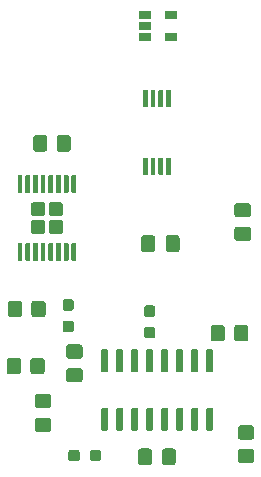
<source format=gbr>
G04 #@! TF.GenerationSoftware,KiCad,Pcbnew,5.1.5+dfsg1-2build2*
G04 #@! TF.CreationDate,2021-11-18T22:50:20-05:00*
G04 #@! TF.ProjectId,color_computer_dac,636f6c6f-725f-4636-9f6d-70757465725f,1.1.0*
G04 #@! TF.SameCoordinates,Original*
G04 #@! TF.FileFunction,Paste,Top*
G04 #@! TF.FilePolarity,Positive*
%FSLAX46Y46*%
G04 Gerber Fmt 4.6, Leading zero omitted, Abs format (unit mm)*
G04 Created by KiCad (PCBNEW 5.1.5+dfsg1-2build2) date 2021-11-18 22:50:20*
%MOMM*%
%LPD*%
G04 APERTURE LIST*
%ADD10C,0.100000*%
%ADD11R,1.060000X0.650000*%
G04 APERTURE END LIST*
D10*
G36*
X127694504Y-113086204D02*
G01*
X127718773Y-113089804D01*
X127742571Y-113095765D01*
X127765671Y-113104030D01*
X127787849Y-113114520D01*
X127808893Y-113127133D01*
X127828598Y-113141747D01*
X127846777Y-113158223D01*
X127863253Y-113176402D01*
X127877867Y-113196107D01*
X127890480Y-113217151D01*
X127900970Y-113239329D01*
X127909235Y-113262429D01*
X127915196Y-113286227D01*
X127918796Y-113310496D01*
X127920000Y-113335000D01*
X127920000Y-114285000D01*
X127918796Y-114309504D01*
X127915196Y-114333773D01*
X127909235Y-114357571D01*
X127900970Y-114380671D01*
X127890480Y-114402849D01*
X127877867Y-114423893D01*
X127863253Y-114443598D01*
X127846777Y-114461777D01*
X127828598Y-114478253D01*
X127808893Y-114492867D01*
X127787849Y-114505480D01*
X127765671Y-114515970D01*
X127742571Y-114524235D01*
X127718773Y-114530196D01*
X127694504Y-114533796D01*
X127670000Y-114535000D01*
X126995000Y-114535000D01*
X126970496Y-114533796D01*
X126946227Y-114530196D01*
X126922429Y-114524235D01*
X126899329Y-114515970D01*
X126877151Y-114505480D01*
X126856107Y-114492867D01*
X126836402Y-114478253D01*
X126818223Y-114461777D01*
X126801747Y-114443598D01*
X126787133Y-114423893D01*
X126774520Y-114402849D01*
X126764030Y-114380671D01*
X126755765Y-114357571D01*
X126749804Y-114333773D01*
X126746204Y-114309504D01*
X126745000Y-114285000D01*
X126745000Y-113335000D01*
X126746204Y-113310496D01*
X126749804Y-113286227D01*
X126755765Y-113262429D01*
X126764030Y-113239329D01*
X126774520Y-113217151D01*
X126787133Y-113196107D01*
X126801747Y-113176402D01*
X126818223Y-113158223D01*
X126836402Y-113141747D01*
X126856107Y-113127133D01*
X126877151Y-113114520D01*
X126899329Y-113104030D01*
X126922429Y-113095765D01*
X126946227Y-113089804D01*
X126970496Y-113086204D01*
X126995000Y-113085000D01*
X127670000Y-113085000D01*
X127694504Y-113086204D01*
G37*
G36*
X129769504Y-113086204D02*
G01*
X129793773Y-113089804D01*
X129817571Y-113095765D01*
X129840671Y-113104030D01*
X129862849Y-113114520D01*
X129883893Y-113127133D01*
X129903598Y-113141747D01*
X129921777Y-113158223D01*
X129938253Y-113176402D01*
X129952867Y-113196107D01*
X129965480Y-113217151D01*
X129975970Y-113239329D01*
X129984235Y-113262429D01*
X129990196Y-113286227D01*
X129993796Y-113310496D01*
X129995000Y-113335000D01*
X129995000Y-114285000D01*
X129993796Y-114309504D01*
X129990196Y-114333773D01*
X129984235Y-114357571D01*
X129975970Y-114380671D01*
X129965480Y-114402849D01*
X129952867Y-114423893D01*
X129938253Y-114443598D01*
X129921777Y-114461777D01*
X129903598Y-114478253D01*
X129883893Y-114492867D01*
X129862849Y-114505480D01*
X129840671Y-114515970D01*
X129817571Y-114524235D01*
X129793773Y-114530196D01*
X129769504Y-114533796D01*
X129745000Y-114535000D01*
X129070000Y-114535000D01*
X129045496Y-114533796D01*
X129021227Y-114530196D01*
X128997429Y-114524235D01*
X128974329Y-114515970D01*
X128952151Y-114505480D01*
X128931107Y-114492867D01*
X128911402Y-114478253D01*
X128893223Y-114461777D01*
X128876747Y-114443598D01*
X128862133Y-114423893D01*
X128849520Y-114402849D01*
X128839030Y-114380671D01*
X128830765Y-114357571D01*
X128824804Y-114333773D01*
X128821204Y-114309504D01*
X128820000Y-114285000D01*
X128820000Y-113335000D01*
X128821204Y-113310496D01*
X128824804Y-113286227D01*
X128830765Y-113262429D01*
X128839030Y-113239329D01*
X128849520Y-113217151D01*
X128862133Y-113196107D01*
X128876747Y-113176402D01*
X128893223Y-113158223D01*
X128911402Y-113141747D01*
X128931107Y-113127133D01*
X128952151Y-113114520D01*
X128974329Y-113104030D01*
X128997429Y-113095765D01*
X129021227Y-113089804D01*
X129045496Y-113086204D01*
X129070000Y-113085000D01*
X129745000Y-113085000D01*
X129769504Y-113086204D01*
G37*
G36*
X120820779Y-120326144D02*
G01*
X120843834Y-120329563D01*
X120866443Y-120335227D01*
X120888387Y-120343079D01*
X120909457Y-120353044D01*
X120929448Y-120365026D01*
X120948168Y-120378910D01*
X120965438Y-120394562D01*
X120981090Y-120411832D01*
X120994974Y-120430552D01*
X121006956Y-120450543D01*
X121016921Y-120471613D01*
X121024773Y-120493557D01*
X121030437Y-120516166D01*
X121033856Y-120539221D01*
X121035000Y-120562500D01*
X121035000Y-121062500D01*
X121033856Y-121085779D01*
X121030437Y-121108834D01*
X121024773Y-121131443D01*
X121016921Y-121153387D01*
X121006956Y-121174457D01*
X120994974Y-121194448D01*
X120981090Y-121213168D01*
X120965438Y-121230438D01*
X120948168Y-121246090D01*
X120929448Y-121259974D01*
X120909457Y-121271956D01*
X120888387Y-121281921D01*
X120866443Y-121289773D01*
X120843834Y-121295437D01*
X120820779Y-121298856D01*
X120797500Y-121300000D01*
X120322500Y-121300000D01*
X120299221Y-121298856D01*
X120276166Y-121295437D01*
X120253557Y-121289773D01*
X120231613Y-121281921D01*
X120210543Y-121271956D01*
X120190552Y-121259974D01*
X120171832Y-121246090D01*
X120154562Y-121230438D01*
X120138910Y-121213168D01*
X120125026Y-121194448D01*
X120113044Y-121174457D01*
X120103079Y-121153387D01*
X120095227Y-121131443D01*
X120089563Y-121108834D01*
X120086144Y-121085779D01*
X120085000Y-121062500D01*
X120085000Y-120562500D01*
X120086144Y-120539221D01*
X120089563Y-120516166D01*
X120095227Y-120493557D01*
X120103079Y-120471613D01*
X120113044Y-120450543D01*
X120125026Y-120430552D01*
X120138910Y-120411832D01*
X120154562Y-120394562D01*
X120171832Y-120378910D01*
X120190552Y-120365026D01*
X120210543Y-120353044D01*
X120231613Y-120343079D01*
X120253557Y-120335227D01*
X120276166Y-120329563D01*
X120299221Y-120326144D01*
X120322500Y-120325000D01*
X120797500Y-120325000D01*
X120820779Y-120326144D01*
G37*
G36*
X120820779Y-118501144D02*
G01*
X120843834Y-118504563D01*
X120866443Y-118510227D01*
X120888387Y-118518079D01*
X120909457Y-118528044D01*
X120929448Y-118540026D01*
X120948168Y-118553910D01*
X120965438Y-118569562D01*
X120981090Y-118586832D01*
X120994974Y-118605552D01*
X121006956Y-118625543D01*
X121016921Y-118646613D01*
X121024773Y-118668557D01*
X121030437Y-118691166D01*
X121033856Y-118714221D01*
X121035000Y-118737500D01*
X121035000Y-119237500D01*
X121033856Y-119260779D01*
X121030437Y-119283834D01*
X121024773Y-119306443D01*
X121016921Y-119328387D01*
X121006956Y-119349457D01*
X120994974Y-119369448D01*
X120981090Y-119388168D01*
X120965438Y-119405438D01*
X120948168Y-119421090D01*
X120929448Y-119434974D01*
X120909457Y-119446956D01*
X120888387Y-119456921D01*
X120866443Y-119464773D01*
X120843834Y-119470437D01*
X120820779Y-119473856D01*
X120797500Y-119475000D01*
X120322500Y-119475000D01*
X120299221Y-119473856D01*
X120276166Y-119470437D01*
X120253557Y-119464773D01*
X120231613Y-119456921D01*
X120210543Y-119446956D01*
X120190552Y-119434974D01*
X120171832Y-119421090D01*
X120154562Y-119405438D01*
X120138910Y-119388168D01*
X120125026Y-119369448D01*
X120113044Y-119349457D01*
X120103079Y-119328387D01*
X120095227Y-119306443D01*
X120089563Y-119283834D01*
X120086144Y-119260779D01*
X120085000Y-119237500D01*
X120085000Y-118737500D01*
X120086144Y-118714221D01*
X120089563Y-118691166D01*
X120095227Y-118668557D01*
X120103079Y-118646613D01*
X120113044Y-118625543D01*
X120125026Y-118605552D01*
X120138910Y-118586832D01*
X120154562Y-118569562D01*
X120171832Y-118553910D01*
X120190552Y-118540026D01*
X120210543Y-118528044D01*
X120231613Y-118518079D01*
X120253557Y-118510227D01*
X120276166Y-118504563D01*
X120299221Y-118501144D01*
X120322500Y-118500000D01*
X120797500Y-118500000D01*
X120820779Y-118501144D01*
G37*
G36*
X133594505Y-120691204D02*
G01*
X133618773Y-120694804D01*
X133642572Y-120700765D01*
X133665671Y-120709030D01*
X133687850Y-120719520D01*
X133708893Y-120732132D01*
X133728599Y-120746747D01*
X133746777Y-120763223D01*
X133763253Y-120781401D01*
X133777868Y-120801107D01*
X133790480Y-120822150D01*
X133800970Y-120844329D01*
X133809235Y-120867428D01*
X133815196Y-120891227D01*
X133818796Y-120915495D01*
X133820000Y-120939999D01*
X133820000Y-121840001D01*
X133818796Y-121864505D01*
X133815196Y-121888773D01*
X133809235Y-121912572D01*
X133800970Y-121935671D01*
X133790480Y-121957850D01*
X133777868Y-121978893D01*
X133763253Y-121998599D01*
X133746777Y-122016777D01*
X133728599Y-122033253D01*
X133708893Y-122047868D01*
X133687850Y-122060480D01*
X133665671Y-122070970D01*
X133642572Y-122079235D01*
X133618773Y-122085196D01*
X133594505Y-122088796D01*
X133570001Y-122090000D01*
X132869999Y-122090000D01*
X132845495Y-122088796D01*
X132821227Y-122085196D01*
X132797428Y-122079235D01*
X132774329Y-122070970D01*
X132752150Y-122060480D01*
X132731107Y-122047868D01*
X132711401Y-122033253D01*
X132693223Y-122016777D01*
X132676747Y-121998599D01*
X132662132Y-121978893D01*
X132649520Y-121957850D01*
X132639030Y-121935671D01*
X132630765Y-121912572D01*
X132624804Y-121888773D01*
X132621204Y-121864505D01*
X132620000Y-121840001D01*
X132620000Y-120939999D01*
X132621204Y-120915495D01*
X132624804Y-120891227D01*
X132630765Y-120867428D01*
X132639030Y-120844329D01*
X132649520Y-120822150D01*
X132662132Y-120801107D01*
X132676747Y-120781401D01*
X132693223Y-120763223D01*
X132711401Y-120746747D01*
X132731107Y-120732132D01*
X132752150Y-120719520D01*
X132774329Y-120709030D01*
X132797428Y-120700765D01*
X132821227Y-120694804D01*
X132845495Y-120691204D01*
X132869999Y-120690000D01*
X133570001Y-120690000D01*
X133594505Y-120691204D01*
G37*
G36*
X135594505Y-120691204D02*
G01*
X135618773Y-120694804D01*
X135642572Y-120700765D01*
X135665671Y-120709030D01*
X135687850Y-120719520D01*
X135708893Y-120732132D01*
X135728599Y-120746747D01*
X135746777Y-120763223D01*
X135763253Y-120781401D01*
X135777868Y-120801107D01*
X135790480Y-120822150D01*
X135800970Y-120844329D01*
X135809235Y-120867428D01*
X135815196Y-120891227D01*
X135818796Y-120915495D01*
X135820000Y-120939999D01*
X135820000Y-121840001D01*
X135818796Y-121864505D01*
X135815196Y-121888773D01*
X135809235Y-121912572D01*
X135800970Y-121935671D01*
X135790480Y-121957850D01*
X135777868Y-121978893D01*
X135763253Y-121998599D01*
X135746777Y-122016777D01*
X135728599Y-122033253D01*
X135708893Y-122047868D01*
X135687850Y-122060480D01*
X135665671Y-122070970D01*
X135642572Y-122079235D01*
X135618773Y-122085196D01*
X135594505Y-122088796D01*
X135570001Y-122090000D01*
X134869999Y-122090000D01*
X134845495Y-122088796D01*
X134821227Y-122085196D01*
X134797428Y-122079235D01*
X134774329Y-122070970D01*
X134752150Y-122060480D01*
X134731107Y-122047868D01*
X134711401Y-122033253D01*
X134693223Y-122016777D01*
X134676747Y-121998599D01*
X134662132Y-121978893D01*
X134649520Y-121957850D01*
X134639030Y-121935671D01*
X134630765Y-121912572D01*
X134624804Y-121888773D01*
X134621204Y-121864505D01*
X134620000Y-121840001D01*
X134620000Y-120939999D01*
X134621204Y-120915495D01*
X134624804Y-120891227D01*
X134630765Y-120867428D01*
X134639030Y-120844329D01*
X134649520Y-120822150D01*
X134662132Y-120801107D01*
X134676747Y-120781401D01*
X134693223Y-120763223D01*
X134711401Y-120746747D01*
X134731107Y-120732132D01*
X134752150Y-120719520D01*
X134774329Y-120709030D01*
X134797428Y-120700765D01*
X134821227Y-120694804D01*
X134845495Y-120691204D01*
X134869999Y-120690000D01*
X135570001Y-120690000D01*
X135594505Y-120691204D01*
G37*
G36*
X127720779Y-119031144D02*
G01*
X127743834Y-119034563D01*
X127766443Y-119040227D01*
X127788387Y-119048079D01*
X127809457Y-119058044D01*
X127829448Y-119070026D01*
X127848168Y-119083910D01*
X127865438Y-119099562D01*
X127881090Y-119116832D01*
X127894974Y-119135552D01*
X127906956Y-119155543D01*
X127916921Y-119176613D01*
X127924773Y-119198557D01*
X127930437Y-119221166D01*
X127933856Y-119244221D01*
X127935000Y-119267500D01*
X127935000Y-119767500D01*
X127933856Y-119790779D01*
X127930437Y-119813834D01*
X127924773Y-119836443D01*
X127916921Y-119858387D01*
X127906956Y-119879457D01*
X127894974Y-119899448D01*
X127881090Y-119918168D01*
X127865438Y-119935438D01*
X127848168Y-119951090D01*
X127829448Y-119964974D01*
X127809457Y-119976956D01*
X127788387Y-119986921D01*
X127766443Y-119994773D01*
X127743834Y-120000437D01*
X127720779Y-120003856D01*
X127697500Y-120005000D01*
X127222500Y-120005000D01*
X127199221Y-120003856D01*
X127176166Y-120000437D01*
X127153557Y-119994773D01*
X127131613Y-119986921D01*
X127110543Y-119976956D01*
X127090552Y-119964974D01*
X127071832Y-119951090D01*
X127054562Y-119935438D01*
X127038910Y-119918168D01*
X127025026Y-119899448D01*
X127013044Y-119879457D01*
X127003079Y-119858387D01*
X126995227Y-119836443D01*
X126989563Y-119813834D01*
X126986144Y-119790779D01*
X126985000Y-119767500D01*
X126985000Y-119267500D01*
X126986144Y-119244221D01*
X126989563Y-119221166D01*
X126995227Y-119198557D01*
X127003079Y-119176613D01*
X127013044Y-119155543D01*
X127025026Y-119135552D01*
X127038910Y-119116832D01*
X127054562Y-119099562D01*
X127071832Y-119083910D01*
X127090552Y-119070026D01*
X127110543Y-119058044D01*
X127131613Y-119048079D01*
X127153557Y-119040227D01*
X127176166Y-119034563D01*
X127199221Y-119031144D01*
X127222500Y-119030000D01*
X127697500Y-119030000D01*
X127720779Y-119031144D01*
G37*
G36*
X127720779Y-120856144D02*
G01*
X127743834Y-120859563D01*
X127766443Y-120865227D01*
X127788387Y-120873079D01*
X127809457Y-120883044D01*
X127829448Y-120895026D01*
X127848168Y-120908910D01*
X127865438Y-120924562D01*
X127881090Y-120941832D01*
X127894974Y-120960552D01*
X127906956Y-120980543D01*
X127916921Y-121001613D01*
X127924773Y-121023557D01*
X127930437Y-121046166D01*
X127933856Y-121069221D01*
X127935000Y-121092500D01*
X127935000Y-121592500D01*
X127933856Y-121615779D01*
X127930437Y-121638834D01*
X127924773Y-121661443D01*
X127916921Y-121683387D01*
X127906956Y-121704457D01*
X127894974Y-121724448D01*
X127881090Y-121743168D01*
X127865438Y-121760438D01*
X127848168Y-121776090D01*
X127829448Y-121789974D01*
X127809457Y-121801956D01*
X127788387Y-121811921D01*
X127766443Y-121819773D01*
X127743834Y-121825437D01*
X127720779Y-121828856D01*
X127697500Y-121830000D01*
X127222500Y-121830000D01*
X127199221Y-121828856D01*
X127176166Y-121825437D01*
X127153557Y-121819773D01*
X127131613Y-121811921D01*
X127110543Y-121801956D01*
X127090552Y-121789974D01*
X127071832Y-121776090D01*
X127054562Y-121760438D01*
X127038910Y-121743168D01*
X127025026Y-121724448D01*
X127013044Y-121704457D01*
X127003079Y-121683387D01*
X126995227Y-121661443D01*
X126989563Y-121638834D01*
X126986144Y-121615779D01*
X126985000Y-121592500D01*
X126985000Y-121092500D01*
X126986144Y-121069221D01*
X126989563Y-121046166D01*
X126995227Y-121023557D01*
X127003079Y-121001613D01*
X127013044Y-120980543D01*
X127025026Y-120960552D01*
X127038910Y-120941832D01*
X127054562Y-120924562D01*
X127071832Y-120908910D01*
X127090552Y-120895026D01*
X127110543Y-120883044D01*
X127131613Y-120873079D01*
X127153557Y-120865227D01*
X127176166Y-120859563D01*
X127199221Y-120856144D01*
X127222500Y-120855000D01*
X127697500Y-120855000D01*
X127720779Y-120856144D01*
G37*
G36*
X121564505Y-122341204D02*
G01*
X121588773Y-122344804D01*
X121612572Y-122350765D01*
X121635671Y-122359030D01*
X121657850Y-122369520D01*
X121678893Y-122382132D01*
X121698599Y-122396747D01*
X121716777Y-122413223D01*
X121733253Y-122431401D01*
X121747868Y-122451107D01*
X121760480Y-122472150D01*
X121770970Y-122494329D01*
X121779235Y-122517428D01*
X121785196Y-122541227D01*
X121788796Y-122565495D01*
X121790000Y-122589999D01*
X121790000Y-123290001D01*
X121788796Y-123314505D01*
X121785196Y-123338773D01*
X121779235Y-123362572D01*
X121770970Y-123385671D01*
X121760480Y-123407850D01*
X121747868Y-123428893D01*
X121733253Y-123448599D01*
X121716777Y-123466777D01*
X121698599Y-123483253D01*
X121678893Y-123497868D01*
X121657850Y-123510480D01*
X121635671Y-123520970D01*
X121612572Y-123529235D01*
X121588773Y-123535196D01*
X121564505Y-123538796D01*
X121540001Y-123540000D01*
X120639999Y-123540000D01*
X120615495Y-123538796D01*
X120591227Y-123535196D01*
X120567428Y-123529235D01*
X120544329Y-123520970D01*
X120522150Y-123510480D01*
X120501107Y-123497868D01*
X120481401Y-123483253D01*
X120463223Y-123466777D01*
X120446747Y-123448599D01*
X120432132Y-123428893D01*
X120419520Y-123407850D01*
X120409030Y-123385671D01*
X120400765Y-123362572D01*
X120394804Y-123338773D01*
X120391204Y-123314505D01*
X120390000Y-123290001D01*
X120390000Y-122589999D01*
X120391204Y-122565495D01*
X120394804Y-122541227D01*
X120400765Y-122517428D01*
X120409030Y-122494329D01*
X120419520Y-122472150D01*
X120432132Y-122451107D01*
X120446747Y-122431401D01*
X120463223Y-122413223D01*
X120481401Y-122396747D01*
X120501107Y-122382132D01*
X120522150Y-122369520D01*
X120544329Y-122359030D01*
X120567428Y-122350765D01*
X120591227Y-122344804D01*
X120615495Y-122341204D01*
X120639999Y-122340000D01*
X121540001Y-122340000D01*
X121564505Y-122341204D01*
G37*
G36*
X121564505Y-124341204D02*
G01*
X121588773Y-124344804D01*
X121612572Y-124350765D01*
X121635671Y-124359030D01*
X121657850Y-124369520D01*
X121678893Y-124382132D01*
X121698599Y-124396747D01*
X121716777Y-124413223D01*
X121733253Y-124431401D01*
X121747868Y-124451107D01*
X121760480Y-124472150D01*
X121770970Y-124494329D01*
X121779235Y-124517428D01*
X121785196Y-124541227D01*
X121788796Y-124565495D01*
X121790000Y-124589999D01*
X121790000Y-125290001D01*
X121788796Y-125314505D01*
X121785196Y-125338773D01*
X121779235Y-125362572D01*
X121770970Y-125385671D01*
X121760480Y-125407850D01*
X121747868Y-125428893D01*
X121733253Y-125448599D01*
X121716777Y-125466777D01*
X121698599Y-125483253D01*
X121678893Y-125497868D01*
X121657850Y-125510480D01*
X121635671Y-125520970D01*
X121612572Y-125529235D01*
X121588773Y-125535196D01*
X121564505Y-125538796D01*
X121540001Y-125540000D01*
X120639999Y-125540000D01*
X120615495Y-125538796D01*
X120591227Y-125535196D01*
X120567428Y-125529235D01*
X120544329Y-125520970D01*
X120522150Y-125510480D01*
X120501107Y-125497868D01*
X120481401Y-125483253D01*
X120463223Y-125466777D01*
X120446747Y-125448599D01*
X120432132Y-125428893D01*
X120419520Y-125407850D01*
X120409030Y-125385671D01*
X120400765Y-125362572D01*
X120394804Y-125338773D01*
X120391204Y-125314505D01*
X120390000Y-125290001D01*
X120390000Y-124589999D01*
X120391204Y-124565495D01*
X120394804Y-124541227D01*
X120400765Y-124517428D01*
X120409030Y-124494329D01*
X120419520Y-124472150D01*
X120432132Y-124451107D01*
X120446747Y-124431401D01*
X120463223Y-124413223D01*
X120481401Y-124396747D01*
X120501107Y-124382132D01*
X120522150Y-124369520D01*
X120544329Y-124359030D01*
X120567428Y-124350765D01*
X120591227Y-124344804D01*
X120615495Y-124341204D01*
X120639999Y-124340000D01*
X121540001Y-124340000D01*
X121564505Y-124341204D01*
G37*
G36*
X127454505Y-131151204D02*
G01*
X127478773Y-131154804D01*
X127502572Y-131160765D01*
X127525671Y-131169030D01*
X127547850Y-131179520D01*
X127568893Y-131192132D01*
X127588599Y-131206747D01*
X127606777Y-131223223D01*
X127623253Y-131241401D01*
X127637868Y-131261107D01*
X127650480Y-131282150D01*
X127660970Y-131304329D01*
X127669235Y-131327428D01*
X127675196Y-131351227D01*
X127678796Y-131375495D01*
X127680000Y-131399999D01*
X127680000Y-132300001D01*
X127678796Y-132324505D01*
X127675196Y-132348773D01*
X127669235Y-132372572D01*
X127660970Y-132395671D01*
X127650480Y-132417850D01*
X127637868Y-132438893D01*
X127623253Y-132458599D01*
X127606777Y-132476777D01*
X127588599Y-132493253D01*
X127568893Y-132507868D01*
X127547850Y-132520480D01*
X127525671Y-132530970D01*
X127502572Y-132539235D01*
X127478773Y-132545196D01*
X127454505Y-132548796D01*
X127430001Y-132550000D01*
X126729999Y-132550000D01*
X126705495Y-132548796D01*
X126681227Y-132545196D01*
X126657428Y-132539235D01*
X126634329Y-132530970D01*
X126612150Y-132520480D01*
X126591107Y-132507868D01*
X126571401Y-132493253D01*
X126553223Y-132476777D01*
X126536747Y-132458599D01*
X126522132Y-132438893D01*
X126509520Y-132417850D01*
X126499030Y-132395671D01*
X126490765Y-132372572D01*
X126484804Y-132348773D01*
X126481204Y-132324505D01*
X126480000Y-132300001D01*
X126480000Y-131399999D01*
X126481204Y-131375495D01*
X126484804Y-131351227D01*
X126490765Y-131327428D01*
X126499030Y-131304329D01*
X126509520Y-131282150D01*
X126522132Y-131261107D01*
X126536747Y-131241401D01*
X126553223Y-131223223D01*
X126571401Y-131206747D01*
X126591107Y-131192132D01*
X126612150Y-131179520D01*
X126634329Y-131169030D01*
X126657428Y-131160765D01*
X126681227Y-131154804D01*
X126705495Y-131151204D01*
X126729999Y-131150000D01*
X127430001Y-131150000D01*
X127454505Y-131151204D01*
G37*
G36*
X129454505Y-131151204D02*
G01*
X129478773Y-131154804D01*
X129502572Y-131160765D01*
X129525671Y-131169030D01*
X129547850Y-131179520D01*
X129568893Y-131192132D01*
X129588599Y-131206747D01*
X129606777Y-131223223D01*
X129623253Y-131241401D01*
X129637868Y-131261107D01*
X129650480Y-131282150D01*
X129660970Y-131304329D01*
X129669235Y-131327428D01*
X129675196Y-131351227D01*
X129678796Y-131375495D01*
X129680000Y-131399999D01*
X129680000Y-132300001D01*
X129678796Y-132324505D01*
X129675196Y-132348773D01*
X129669235Y-132372572D01*
X129660970Y-132395671D01*
X129650480Y-132417850D01*
X129637868Y-132438893D01*
X129623253Y-132458599D01*
X129606777Y-132476777D01*
X129588599Y-132493253D01*
X129568893Y-132507868D01*
X129547850Y-132520480D01*
X129525671Y-132530970D01*
X129502572Y-132539235D01*
X129478773Y-132545196D01*
X129454505Y-132548796D01*
X129430001Y-132550000D01*
X128729999Y-132550000D01*
X128705495Y-132548796D01*
X128681227Y-132545196D01*
X128657428Y-132539235D01*
X128634329Y-132530970D01*
X128612150Y-132520480D01*
X128591107Y-132507868D01*
X128571401Y-132493253D01*
X128553223Y-132476777D01*
X128536747Y-132458599D01*
X128522132Y-132438893D01*
X128509520Y-132417850D01*
X128499030Y-132395671D01*
X128490765Y-132372572D01*
X128484804Y-132348773D01*
X128481204Y-132324505D01*
X128480000Y-132300001D01*
X128480000Y-131399999D01*
X128481204Y-131375495D01*
X128484804Y-131351227D01*
X128490765Y-131327428D01*
X128499030Y-131304329D01*
X128509520Y-131282150D01*
X128522132Y-131261107D01*
X128536747Y-131241401D01*
X128553223Y-131223223D01*
X128571401Y-131206747D01*
X128591107Y-131192132D01*
X128612150Y-131179520D01*
X128634329Y-131169030D01*
X128657428Y-131160765D01*
X128681227Y-131154804D01*
X128705495Y-131151204D01*
X128729999Y-131150000D01*
X129430001Y-131150000D01*
X129454505Y-131151204D01*
G37*
G36*
X121330779Y-131266144D02*
G01*
X121353834Y-131269563D01*
X121376443Y-131275227D01*
X121398387Y-131283079D01*
X121419457Y-131293044D01*
X121439448Y-131305026D01*
X121458168Y-131318910D01*
X121475438Y-131334562D01*
X121491090Y-131351832D01*
X121504974Y-131370552D01*
X121516956Y-131390543D01*
X121526921Y-131411613D01*
X121534773Y-131433557D01*
X121540437Y-131456166D01*
X121543856Y-131479221D01*
X121545000Y-131502500D01*
X121545000Y-131977500D01*
X121543856Y-132000779D01*
X121540437Y-132023834D01*
X121534773Y-132046443D01*
X121526921Y-132068387D01*
X121516956Y-132089457D01*
X121504974Y-132109448D01*
X121491090Y-132128168D01*
X121475438Y-132145438D01*
X121458168Y-132161090D01*
X121439448Y-132174974D01*
X121419457Y-132186956D01*
X121398387Y-132196921D01*
X121376443Y-132204773D01*
X121353834Y-132210437D01*
X121330779Y-132213856D01*
X121307500Y-132215000D01*
X120807500Y-132215000D01*
X120784221Y-132213856D01*
X120761166Y-132210437D01*
X120738557Y-132204773D01*
X120716613Y-132196921D01*
X120695543Y-132186956D01*
X120675552Y-132174974D01*
X120656832Y-132161090D01*
X120639562Y-132145438D01*
X120623910Y-132128168D01*
X120610026Y-132109448D01*
X120598044Y-132089457D01*
X120588079Y-132068387D01*
X120580227Y-132046443D01*
X120574563Y-132023834D01*
X120571144Y-132000779D01*
X120570000Y-131977500D01*
X120570000Y-131502500D01*
X120571144Y-131479221D01*
X120574563Y-131456166D01*
X120580227Y-131433557D01*
X120588079Y-131411613D01*
X120598044Y-131390543D01*
X120610026Y-131370552D01*
X120623910Y-131351832D01*
X120639562Y-131334562D01*
X120656832Y-131318910D01*
X120675552Y-131305026D01*
X120695543Y-131293044D01*
X120716613Y-131283079D01*
X120738557Y-131275227D01*
X120761166Y-131269563D01*
X120784221Y-131266144D01*
X120807500Y-131265000D01*
X121307500Y-131265000D01*
X121330779Y-131266144D01*
G37*
G36*
X123155779Y-131266144D02*
G01*
X123178834Y-131269563D01*
X123201443Y-131275227D01*
X123223387Y-131283079D01*
X123244457Y-131293044D01*
X123264448Y-131305026D01*
X123283168Y-131318910D01*
X123300438Y-131334562D01*
X123316090Y-131351832D01*
X123329974Y-131370552D01*
X123341956Y-131390543D01*
X123351921Y-131411613D01*
X123359773Y-131433557D01*
X123365437Y-131456166D01*
X123368856Y-131479221D01*
X123370000Y-131502500D01*
X123370000Y-131977500D01*
X123368856Y-132000779D01*
X123365437Y-132023834D01*
X123359773Y-132046443D01*
X123351921Y-132068387D01*
X123341956Y-132089457D01*
X123329974Y-132109448D01*
X123316090Y-132128168D01*
X123300438Y-132145438D01*
X123283168Y-132161090D01*
X123264448Y-132174974D01*
X123244457Y-132186956D01*
X123223387Y-132196921D01*
X123201443Y-132204773D01*
X123178834Y-132210437D01*
X123155779Y-132213856D01*
X123132500Y-132215000D01*
X122632500Y-132215000D01*
X122609221Y-132213856D01*
X122586166Y-132210437D01*
X122563557Y-132204773D01*
X122541613Y-132196921D01*
X122520543Y-132186956D01*
X122500552Y-132174974D01*
X122481832Y-132161090D01*
X122464562Y-132145438D01*
X122448910Y-132128168D01*
X122435026Y-132109448D01*
X122423044Y-132089457D01*
X122413079Y-132068387D01*
X122405227Y-132046443D01*
X122399563Y-132023834D01*
X122396144Y-132000779D01*
X122395000Y-131977500D01*
X122395000Y-131502500D01*
X122396144Y-131479221D01*
X122399563Y-131456166D01*
X122405227Y-131433557D01*
X122413079Y-131411613D01*
X122423044Y-131390543D01*
X122435026Y-131370552D01*
X122448910Y-131351832D01*
X122464562Y-131334562D01*
X122481832Y-131318910D01*
X122500552Y-131305026D01*
X122520543Y-131293044D01*
X122541613Y-131283079D01*
X122563557Y-131275227D01*
X122586166Y-131269563D01*
X122609221Y-131266144D01*
X122632500Y-131265000D01*
X123132500Y-131265000D01*
X123155779Y-131266144D01*
G37*
G36*
X118424505Y-118641204D02*
G01*
X118448773Y-118644804D01*
X118472572Y-118650765D01*
X118495671Y-118659030D01*
X118517850Y-118669520D01*
X118538893Y-118682132D01*
X118558599Y-118696747D01*
X118576777Y-118713223D01*
X118593253Y-118731401D01*
X118607868Y-118751107D01*
X118620480Y-118772150D01*
X118630970Y-118794329D01*
X118639235Y-118817428D01*
X118645196Y-118841227D01*
X118648796Y-118865495D01*
X118650000Y-118889999D01*
X118650000Y-119790001D01*
X118648796Y-119814505D01*
X118645196Y-119838773D01*
X118639235Y-119862572D01*
X118630970Y-119885671D01*
X118620480Y-119907850D01*
X118607868Y-119928893D01*
X118593253Y-119948599D01*
X118576777Y-119966777D01*
X118558599Y-119983253D01*
X118538893Y-119997868D01*
X118517850Y-120010480D01*
X118495671Y-120020970D01*
X118472572Y-120029235D01*
X118448773Y-120035196D01*
X118424505Y-120038796D01*
X118400001Y-120040000D01*
X117699999Y-120040000D01*
X117675495Y-120038796D01*
X117651227Y-120035196D01*
X117627428Y-120029235D01*
X117604329Y-120020970D01*
X117582150Y-120010480D01*
X117561107Y-119997868D01*
X117541401Y-119983253D01*
X117523223Y-119966777D01*
X117506747Y-119948599D01*
X117492132Y-119928893D01*
X117479520Y-119907850D01*
X117469030Y-119885671D01*
X117460765Y-119862572D01*
X117454804Y-119838773D01*
X117451204Y-119814505D01*
X117450000Y-119790001D01*
X117450000Y-118889999D01*
X117451204Y-118865495D01*
X117454804Y-118841227D01*
X117460765Y-118817428D01*
X117469030Y-118794329D01*
X117479520Y-118772150D01*
X117492132Y-118751107D01*
X117506747Y-118731401D01*
X117523223Y-118713223D01*
X117541401Y-118696747D01*
X117561107Y-118682132D01*
X117582150Y-118669520D01*
X117604329Y-118659030D01*
X117627428Y-118650765D01*
X117651227Y-118644804D01*
X117675495Y-118641204D01*
X117699999Y-118640000D01*
X118400001Y-118640000D01*
X118424505Y-118641204D01*
G37*
G36*
X116424505Y-118641204D02*
G01*
X116448773Y-118644804D01*
X116472572Y-118650765D01*
X116495671Y-118659030D01*
X116517850Y-118669520D01*
X116538893Y-118682132D01*
X116558599Y-118696747D01*
X116576777Y-118713223D01*
X116593253Y-118731401D01*
X116607868Y-118751107D01*
X116620480Y-118772150D01*
X116630970Y-118794329D01*
X116639235Y-118817428D01*
X116645196Y-118841227D01*
X116648796Y-118865495D01*
X116650000Y-118889999D01*
X116650000Y-119790001D01*
X116648796Y-119814505D01*
X116645196Y-119838773D01*
X116639235Y-119862572D01*
X116630970Y-119885671D01*
X116620480Y-119907850D01*
X116607868Y-119928893D01*
X116593253Y-119948599D01*
X116576777Y-119966777D01*
X116558599Y-119983253D01*
X116538893Y-119997868D01*
X116517850Y-120010480D01*
X116495671Y-120020970D01*
X116472572Y-120029235D01*
X116448773Y-120035196D01*
X116424505Y-120038796D01*
X116400001Y-120040000D01*
X115699999Y-120040000D01*
X115675495Y-120038796D01*
X115651227Y-120035196D01*
X115627428Y-120029235D01*
X115604329Y-120020970D01*
X115582150Y-120010480D01*
X115561107Y-119997868D01*
X115541401Y-119983253D01*
X115523223Y-119966777D01*
X115506747Y-119948599D01*
X115492132Y-119928893D01*
X115479520Y-119907850D01*
X115469030Y-119885671D01*
X115460765Y-119862572D01*
X115454804Y-119838773D01*
X115451204Y-119814505D01*
X115450000Y-119790001D01*
X115450000Y-118889999D01*
X115451204Y-118865495D01*
X115454804Y-118841227D01*
X115460765Y-118817428D01*
X115469030Y-118794329D01*
X115479520Y-118772150D01*
X115492132Y-118751107D01*
X115506747Y-118731401D01*
X115523223Y-118713223D01*
X115541401Y-118696747D01*
X115561107Y-118682132D01*
X115582150Y-118669520D01*
X115604329Y-118659030D01*
X115627428Y-118650765D01*
X115651227Y-118644804D01*
X115675495Y-118641204D01*
X115699999Y-118640000D01*
X116400001Y-118640000D01*
X116424505Y-118641204D01*
G37*
G36*
X118904505Y-128541204D02*
G01*
X118928773Y-128544804D01*
X118952572Y-128550765D01*
X118975671Y-128559030D01*
X118997850Y-128569520D01*
X119018893Y-128582132D01*
X119038599Y-128596747D01*
X119056777Y-128613223D01*
X119073253Y-128631401D01*
X119087868Y-128651107D01*
X119100480Y-128672150D01*
X119110970Y-128694329D01*
X119119235Y-128717428D01*
X119125196Y-128741227D01*
X119128796Y-128765495D01*
X119130000Y-128789999D01*
X119130000Y-129490001D01*
X119128796Y-129514505D01*
X119125196Y-129538773D01*
X119119235Y-129562572D01*
X119110970Y-129585671D01*
X119100480Y-129607850D01*
X119087868Y-129628893D01*
X119073253Y-129648599D01*
X119056777Y-129666777D01*
X119038599Y-129683253D01*
X119018893Y-129697868D01*
X118997850Y-129710480D01*
X118975671Y-129720970D01*
X118952572Y-129729235D01*
X118928773Y-129735196D01*
X118904505Y-129738796D01*
X118880001Y-129740000D01*
X117979999Y-129740000D01*
X117955495Y-129738796D01*
X117931227Y-129735196D01*
X117907428Y-129729235D01*
X117884329Y-129720970D01*
X117862150Y-129710480D01*
X117841107Y-129697868D01*
X117821401Y-129683253D01*
X117803223Y-129666777D01*
X117786747Y-129648599D01*
X117772132Y-129628893D01*
X117759520Y-129607850D01*
X117749030Y-129585671D01*
X117740765Y-129562572D01*
X117734804Y-129538773D01*
X117731204Y-129514505D01*
X117730000Y-129490001D01*
X117730000Y-128789999D01*
X117731204Y-128765495D01*
X117734804Y-128741227D01*
X117740765Y-128717428D01*
X117749030Y-128694329D01*
X117759520Y-128672150D01*
X117772132Y-128651107D01*
X117786747Y-128631401D01*
X117803223Y-128613223D01*
X117821401Y-128596747D01*
X117841107Y-128582132D01*
X117862150Y-128569520D01*
X117884329Y-128559030D01*
X117907428Y-128550765D01*
X117931227Y-128544804D01*
X117955495Y-128541204D01*
X117979999Y-128540000D01*
X118880001Y-128540000D01*
X118904505Y-128541204D01*
G37*
G36*
X118904505Y-126541204D02*
G01*
X118928773Y-126544804D01*
X118952572Y-126550765D01*
X118975671Y-126559030D01*
X118997850Y-126569520D01*
X119018893Y-126582132D01*
X119038599Y-126596747D01*
X119056777Y-126613223D01*
X119073253Y-126631401D01*
X119087868Y-126651107D01*
X119100480Y-126672150D01*
X119110970Y-126694329D01*
X119119235Y-126717428D01*
X119125196Y-126741227D01*
X119128796Y-126765495D01*
X119130000Y-126789999D01*
X119130000Y-127490001D01*
X119128796Y-127514505D01*
X119125196Y-127538773D01*
X119119235Y-127562572D01*
X119110970Y-127585671D01*
X119100480Y-127607850D01*
X119087868Y-127628893D01*
X119073253Y-127648599D01*
X119056777Y-127666777D01*
X119038599Y-127683253D01*
X119018893Y-127697868D01*
X118997850Y-127710480D01*
X118975671Y-127720970D01*
X118952572Y-127729235D01*
X118928773Y-127735196D01*
X118904505Y-127738796D01*
X118880001Y-127740000D01*
X117979999Y-127740000D01*
X117955495Y-127738796D01*
X117931227Y-127735196D01*
X117907428Y-127729235D01*
X117884329Y-127720970D01*
X117862150Y-127710480D01*
X117841107Y-127697868D01*
X117821401Y-127683253D01*
X117803223Y-127666777D01*
X117786747Y-127648599D01*
X117772132Y-127628893D01*
X117759520Y-127607850D01*
X117749030Y-127585671D01*
X117740765Y-127562572D01*
X117734804Y-127538773D01*
X117731204Y-127514505D01*
X117730000Y-127490001D01*
X117730000Y-126789999D01*
X117731204Y-126765495D01*
X117734804Y-126741227D01*
X117740765Y-126717428D01*
X117749030Y-126694329D01*
X117759520Y-126672150D01*
X117772132Y-126651107D01*
X117786747Y-126631401D01*
X117803223Y-126613223D01*
X117821401Y-126596747D01*
X117841107Y-126582132D01*
X117862150Y-126569520D01*
X117884329Y-126559030D01*
X117907428Y-126550765D01*
X117931227Y-126544804D01*
X117955495Y-126541204D01*
X117979999Y-126540000D01*
X118880001Y-126540000D01*
X118904505Y-126541204D01*
G37*
G36*
X136094505Y-129201204D02*
G01*
X136118773Y-129204804D01*
X136142572Y-129210765D01*
X136165671Y-129219030D01*
X136187850Y-129229520D01*
X136208893Y-129242132D01*
X136228599Y-129256747D01*
X136246777Y-129273223D01*
X136263253Y-129291401D01*
X136277868Y-129311107D01*
X136290480Y-129332150D01*
X136300970Y-129354329D01*
X136309235Y-129377428D01*
X136315196Y-129401227D01*
X136318796Y-129425495D01*
X136320000Y-129449999D01*
X136320000Y-130150001D01*
X136318796Y-130174505D01*
X136315196Y-130198773D01*
X136309235Y-130222572D01*
X136300970Y-130245671D01*
X136290480Y-130267850D01*
X136277868Y-130288893D01*
X136263253Y-130308599D01*
X136246777Y-130326777D01*
X136228599Y-130343253D01*
X136208893Y-130357868D01*
X136187850Y-130370480D01*
X136165671Y-130380970D01*
X136142572Y-130389235D01*
X136118773Y-130395196D01*
X136094505Y-130398796D01*
X136070001Y-130400000D01*
X135169999Y-130400000D01*
X135145495Y-130398796D01*
X135121227Y-130395196D01*
X135097428Y-130389235D01*
X135074329Y-130380970D01*
X135052150Y-130370480D01*
X135031107Y-130357868D01*
X135011401Y-130343253D01*
X134993223Y-130326777D01*
X134976747Y-130308599D01*
X134962132Y-130288893D01*
X134949520Y-130267850D01*
X134939030Y-130245671D01*
X134930765Y-130222572D01*
X134924804Y-130198773D01*
X134921204Y-130174505D01*
X134920000Y-130150001D01*
X134920000Y-129449999D01*
X134921204Y-129425495D01*
X134924804Y-129401227D01*
X134930765Y-129377428D01*
X134939030Y-129354329D01*
X134949520Y-129332150D01*
X134962132Y-129311107D01*
X134976747Y-129291401D01*
X134993223Y-129273223D01*
X135011401Y-129256747D01*
X135031107Y-129242132D01*
X135052150Y-129229520D01*
X135074329Y-129219030D01*
X135097428Y-129210765D01*
X135121227Y-129204804D01*
X135145495Y-129201204D01*
X135169999Y-129200000D01*
X136070001Y-129200000D01*
X136094505Y-129201204D01*
G37*
G36*
X136094505Y-131201204D02*
G01*
X136118773Y-131204804D01*
X136142572Y-131210765D01*
X136165671Y-131219030D01*
X136187850Y-131229520D01*
X136208893Y-131242132D01*
X136228599Y-131256747D01*
X136246777Y-131273223D01*
X136263253Y-131291401D01*
X136277868Y-131311107D01*
X136290480Y-131332150D01*
X136300970Y-131354329D01*
X136309235Y-131377428D01*
X136315196Y-131401227D01*
X136318796Y-131425495D01*
X136320000Y-131449999D01*
X136320000Y-132150001D01*
X136318796Y-132174505D01*
X136315196Y-132198773D01*
X136309235Y-132222572D01*
X136300970Y-132245671D01*
X136290480Y-132267850D01*
X136277868Y-132288893D01*
X136263253Y-132308599D01*
X136246777Y-132326777D01*
X136228599Y-132343253D01*
X136208893Y-132357868D01*
X136187850Y-132370480D01*
X136165671Y-132380970D01*
X136142572Y-132389235D01*
X136118773Y-132395196D01*
X136094505Y-132398796D01*
X136070001Y-132400000D01*
X135169999Y-132400000D01*
X135145495Y-132398796D01*
X135121227Y-132395196D01*
X135097428Y-132389235D01*
X135074329Y-132380970D01*
X135052150Y-132370480D01*
X135031107Y-132357868D01*
X135011401Y-132343253D01*
X134993223Y-132326777D01*
X134976747Y-132308599D01*
X134962132Y-132288893D01*
X134949520Y-132267850D01*
X134939030Y-132245671D01*
X134930765Y-132222572D01*
X134924804Y-132198773D01*
X134921204Y-132174505D01*
X134920000Y-132150001D01*
X134920000Y-131449999D01*
X134921204Y-131425495D01*
X134924804Y-131401227D01*
X134930765Y-131377428D01*
X134939030Y-131354329D01*
X134949520Y-131332150D01*
X134962132Y-131311107D01*
X134976747Y-131291401D01*
X134993223Y-131273223D01*
X135011401Y-131256747D01*
X135031107Y-131242132D01*
X135052150Y-131229520D01*
X135074329Y-131219030D01*
X135097428Y-131210765D01*
X135121227Y-131204804D01*
X135145495Y-131201204D01*
X135169999Y-131200000D01*
X136070001Y-131200000D01*
X136094505Y-131201204D01*
G37*
G36*
X120564505Y-104621204D02*
G01*
X120588773Y-104624804D01*
X120612572Y-104630765D01*
X120635671Y-104639030D01*
X120657850Y-104649520D01*
X120678893Y-104662132D01*
X120698599Y-104676747D01*
X120716777Y-104693223D01*
X120733253Y-104711401D01*
X120747868Y-104731107D01*
X120760480Y-104752150D01*
X120770970Y-104774329D01*
X120779235Y-104797428D01*
X120785196Y-104821227D01*
X120788796Y-104845495D01*
X120790000Y-104869999D01*
X120790000Y-105770001D01*
X120788796Y-105794505D01*
X120785196Y-105818773D01*
X120779235Y-105842572D01*
X120770970Y-105865671D01*
X120760480Y-105887850D01*
X120747868Y-105908893D01*
X120733253Y-105928599D01*
X120716777Y-105946777D01*
X120698599Y-105963253D01*
X120678893Y-105977868D01*
X120657850Y-105990480D01*
X120635671Y-106000970D01*
X120612572Y-106009235D01*
X120588773Y-106015196D01*
X120564505Y-106018796D01*
X120540001Y-106020000D01*
X119839999Y-106020000D01*
X119815495Y-106018796D01*
X119791227Y-106015196D01*
X119767428Y-106009235D01*
X119744329Y-106000970D01*
X119722150Y-105990480D01*
X119701107Y-105977868D01*
X119681401Y-105963253D01*
X119663223Y-105946777D01*
X119646747Y-105928599D01*
X119632132Y-105908893D01*
X119619520Y-105887850D01*
X119609030Y-105865671D01*
X119600765Y-105842572D01*
X119594804Y-105818773D01*
X119591204Y-105794505D01*
X119590000Y-105770001D01*
X119590000Y-104869999D01*
X119591204Y-104845495D01*
X119594804Y-104821227D01*
X119600765Y-104797428D01*
X119609030Y-104774329D01*
X119619520Y-104752150D01*
X119632132Y-104731107D01*
X119646747Y-104711401D01*
X119663223Y-104693223D01*
X119681401Y-104676747D01*
X119701107Y-104662132D01*
X119722150Y-104649520D01*
X119744329Y-104639030D01*
X119767428Y-104630765D01*
X119791227Y-104624804D01*
X119815495Y-104621204D01*
X119839999Y-104620000D01*
X120540001Y-104620000D01*
X120564505Y-104621204D01*
G37*
G36*
X118564505Y-104621204D02*
G01*
X118588773Y-104624804D01*
X118612572Y-104630765D01*
X118635671Y-104639030D01*
X118657850Y-104649520D01*
X118678893Y-104662132D01*
X118698599Y-104676747D01*
X118716777Y-104693223D01*
X118733253Y-104711401D01*
X118747868Y-104731107D01*
X118760480Y-104752150D01*
X118770970Y-104774329D01*
X118779235Y-104797428D01*
X118785196Y-104821227D01*
X118788796Y-104845495D01*
X118790000Y-104869999D01*
X118790000Y-105770001D01*
X118788796Y-105794505D01*
X118785196Y-105818773D01*
X118779235Y-105842572D01*
X118770970Y-105865671D01*
X118760480Y-105887850D01*
X118747868Y-105908893D01*
X118733253Y-105928599D01*
X118716777Y-105946777D01*
X118698599Y-105963253D01*
X118678893Y-105977868D01*
X118657850Y-105990480D01*
X118635671Y-106000970D01*
X118612572Y-106009235D01*
X118588773Y-106015196D01*
X118564505Y-106018796D01*
X118540001Y-106020000D01*
X117839999Y-106020000D01*
X117815495Y-106018796D01*
X117791227Y-106015196D01*
X117767428Y-106009235D01*
X117744329Y-106000970D01*
X117722150Y-105990480D01*
X117701107Y-105977868D01*
X117681401Y-105963253D01*
X117663223Y-105946777D01*
X117646747Y-105928599D01*
X117632132Y-105908893D01*
X117619520Y-105887850D01*
X117609030Y-105865671D01*
X117600765Y-105842572D01*
X117594804Y-105818773D01*
X117591204Y-105794505D01*
X117590000Y-105770001D01*
X117590000Y-104869999D01*
X117591204Y-104845495D01*
X117594804Y-104821227D01*
X117600765Y-104797428D01*
X117609030Y-104774329D01*
X117619520Y-104752150D01*
X117632132Y-104731107D01*
X117646747Y-104711401D01*
X117663223Y-104693223D01*
X117681401Y-104676747D01*
X117701107Y-104662132D01*
X117722150Y-104649520D01*
X117744329Y-104639030D01*
X117767428Y-104630765D01*
X117791227Y-104624804D01*
X117815495Y-104621204D01*
X117839999Y-104620000D01*
X118540001Y-104620000D01*
X118564505Y-104621204D01*
G37*
G36*
X135814505Y-112371204D02*
G01*
X135838773Y-112374804D01*
X135862572Y-112380765D01*
X135885671Y-112389030D01*
X135907850Y-112399520D01*
X135928893Y-112412132D01*
X135948599Y-112426747D01*
X135966777Y-112443223D01*
X135983253Y-112461401D01*
X135997868Y-112481107D01*
X136010480Y-112502150D01*
X136020970Y-112524329D01*
X136029235Y-112547428D01*
X136035196Y-112571227D01*
X136038796Y-112595495D01*
X136040000Y-112619999D01*
X136040000Y-113320001D01*
X136038796Y-113344505D01*
X136035196Y-113368773D01*
X136029235Y-113392572D01*
X136020970Y-113415671D01*
X136010480Y-113437850D01*
X135997868Y-113458893D01*
X135983253Y-113478599D01*
X135966777Y-113496777D01*
X135948599Y-113513253D01*
X135928893Y-113527868D01*
X135907850Y-113540480D01*
X135885671Y-113550970D01*
X135862572Y-113559235D01*
X135838773Y-113565196D01*
X135814505Y-113568796D01*
X135790001Y-113570000D01*
X134889999Y-113570000D01*
X134865495Y-113568796D01*
X134841227Y-113565196D01*
X134817428Y-113559235D01*
X134794329Y-113550970D01*
X134772150Y-113540480D01*
X134751107Y-113527868D01*
X134731401Y-113513253D01*
X134713223Y-113496777D01*
X134696747Y-113478599D01*
X134682132Y-113458893D01*
X134669520Y-113437850D01*
X134659030Y-113415671D01*
X134650765Y-113392572D01*
X134644804Y-113368773D01*
X134641204Y-113344505D01*
X134640000Y-113320001D01*
X134640000Y-112619999D01*
X134641204Y-112595495D01*
X134644804Y-112571227D01*
X134650765Y-112547428D01*
X134659030Y-112524329D01*
X134669520Y-112502150D01*
X134682132Y-112481107D01*
X134696747Y-112461401D01*
X134713223Y-112443223D01*
X134731401Y-112426747D01*
X134751107Y-112412132D01*
X134772150Y-112399520D01*
X134794329Y-112389030D01*
X134817428Y-112380765D01*
X134841227Y-112374804D01*
X134865495Y-112371204D01*
X134889999Y-112370000D01*
X135790001Y-112370000D01*
X135814505Y-112371204D01*
G37*
G36*
X135814505Y-110371204D02*
G01*
X135838773Y-110374804D01*
X135862572Y-110380765D01*
X135885671Y-110389030D01*
X135907850Y-110399520D01*
X135928893Y-110412132D01*
X135948599Y-110426747D01*
X135966777Y-110443223D01*
X135983253Y-110461401D01*
X135997868Y-110481107D01*
X136010480Y-110502150D01*
X136020970Y-110524329D01*
X136029235Y-110547428D01*
X136035196Y-110571227D01*
X136038796Y-110595495D01*
X136040000Y-110619999D01*
X136040000Y-111320001D01*
X136038796Y-111344505D01*
X136035196Y-111368773D01*
X136029235Y-111392572D01*
X136020970Y-111415671D01*
X136010480Y-111437850D01*
X135997868Y-111458893D01*
X135983253Y-111478599D01*
X135966777Y-111496777D01*
X135948599Y-111513253D01*
X135928893Y-111527868D01*
X135907850Y-111540480D01*
X135885671Y-111550970D01*
X135862572Y-111559235D01*
X135838773Y-111565196D01*
X135814505Y-111568796D01*
X135790001Y-111570000D01*
X134889999Y-111570000D01*
X134865495Y-111568796D01*
X134841227Y-111565196D01*
X134817428Y-111559235D01*
X134794329Y-111550970D01*
X134772150Y-111540480D01*
X134751107Y-111527868D01*
X134731401Y-111513253D01*
X134713223Y-111496777D01*
X134696747Y-111478599D01*
X134682132Y-111458893D01*
X134669520Y-111437850D01*
X134659030Y-111415671D01*
X134650765Y-111392572D01*
X134644804Y-111368773D01*
X134641204Y-111344505D01*
X134640000Y-111320001D01*
X134640000Y-110619999D01*
X134641204Y-110595495D01*
X134644804Y-110571227D01*
X134650765Y-110547428D01*
X134659030Y-110524329D01*
X134669520Y-110502150D01*
X134682132Y-110481107D01*
X134696747Y-110461401D01*
X134713223Y-110443223D01*
X134731401Y-110426747D01*
X134751107Y-110412132D01*
X134772150Y-110399520D01*
X134794329Y-110389030D01*
X134817428Y-110380765D01*
X134841227Y-110374804D01*
X134865495Y-110371204D01*
X134889999Y-110370000D01*
X135790001Y-110370000D01*
X135814505Y-110371204D01*
G37*
G36*
X116344505Y-123481204D02*
G01*
X116368773Y-123484804D01*
X116392572Y-123490765D01*
X116415671Y-123499030D01*
X116437850Y-123509520D01*
X116458893Y-123522132D01*
X116478599Y-123536747D01*
X116496777Y-123553223D01*
X116513253Y-123571401D01*
X116527868Y-123591107D01*
X116540480Y-123612150D01*
X116550970Y-123634329D01*
X116559235Y-123657428D01*
X116565196Y-123681227D01*
X116568796Y-123705495D01*
X116570000Y-123729999D01*
X116570000Y-124630001D01*
X116568796Y-124654505D01*
X116565196Y-124678773D01*
X116559235Y-124702572D01*
X116550970Y-124725671D01*
X116540480Y-124747850D01*
X116527868Y-124768893D01*
X116513253Y-124788599D01*
X116496777Y-124806777D01*
X116478599Y-124823253D01*
X116458893Y-124837868D01*
X116437850Y-124850480D01*
X116415671Y-124860970D01*
X116392572Y-124869235D01*
X116368773Y-124875196D01*
X116344505Y-124878796D01*
X116320001Y-124880000D01*
X115619999Y-124880000D01*
X115595495Y-124878796D01*
X115571227Y-124875196D01*
X115547428Y-124869235D01*
X115524329Y-124860970D01*
X115502150Y-124850480D01*
X115481107Y-124837868D01*
X115461401Y-124823253D01*
X115443223Y-124806777D01*
X115426747Y-124788599D01*
X115412132Y-124768893D01*
X115399520Y-124747850D01*
X115389030Y-124725671D01*
X115380765Y-124702572D01*
X115374804Y-124678773D01*
X115371204Y-124654505D01*
X115370000Y-124630001D01*
X115370000Y-123729999D01*
X115371204Y-123705495D01*
X115374804Y-123681227D01*
X115380765Y-123657428D01*
X115389030Y-123634329D01*
X115399520Y-123612150D01*
X115412132Y-123591107D01*
X115426747Y-123571401D01*
X115443223Y-123553223D01*
X115461401Y-123536747D01*
X115481107Y-123522132D01*
X115502150Y-123509520D01*
X115524329Y-123499030D01*
X115547428Y-123490765D01*
X115571227Y-123484804D01*
X115595495Y-123481204D01*
X115619999Y-123480000D01*
X116320001Y-123480000D01*
X116344505Y-123481204D01*
G37*
G36*
X118344505Y-123481204D02*
G01*
X118368773Y-123484804D01*
X118392572Y-123490765D01*
X118415671Y-123499030D01*
X118437850Y-123509520D01*
X118458893Y-123522132D01*
X118478599Y-123536747D01*
X118496777Y-123553223D01*
X118513253Y-123571401D01*
X118527868Y-123591107D01*
X118540480Y-123612150D01*
X118550970Y-123634329D01*
X118559235Y-123657428D01*
X118565196Y-123681227D01*
X118568796Y-123705495D01*
X118570000Y-123729999D01*
X118570000Y-124630001D01*
X118568796Y-124654505D01*
X118565196Y-124678773D01*
X118559235Y-124702572D01*
X118550970Y-124725671D01*
X118540480Y-124747850D01*
X118527868Y-124768893D01*
X118513253Y-124788599D01*
X118496777Y-124806777D01*
X118478599Y-124823253D01*
X118458893Y-124837868D01*
X118437850Y-124850480D01*
X118415671Y-124860970D01*
X118392572Y-124869235D01*
X118368773Y-124875196D01*
X118344505Y-124878796D01*
X118320001Y-124880000D01*
X117619999Y-124880000D01*
X117595495Y-124878796D01*
X117571227Y-124875196D01*
X117547428Y-124869235D01*
X117524329Y-124860970D01*
X117502150Y-124850480D01*
X117481107Y-124837868D01*
X117461401Y-124823253D01*
X117443223Y-124806777D01*
X117426747Y-124788599D01*
X117412132Y-124768893D01*
X117399520Y-124747850D01*
X117389030Y-124725671D01*
X117380765Y-124702572D01*
X117374804Y-124678773D01*
X117371204Y-124654505D01*
X117370000Y-124630001D01*
X117370000Y-123729999D01*
X117371204Y-123705495D01*
X117374804Y-123681227D01*
X117380765Y-123657428D01*
X117389030Y-123634329D01*
X117399520Y-123612150D01*
X117412132Y-123591107D01*
X117426747Y-123571401D01*
X117443223Y-123553223D01*
X117461401Y-123536747D01*
X117481107Y-123522132D01*
X117502150Y-123509520D01*
X117524329Y-123499030D01*
X117547428Y-123490765D01*
X117571227Y-123484804D01*
X117595495Y-123481204D01*
X117619999Y-123480000D01*
X118320001Y-123480000D01*
X118344505Y-123481204D01*
G37*
G36*
X121154802Y-107990482D02*
G01*
X121164509Y-107991921D01*
X121174028Y-107994306D01*
X121183268Y-107997612D01*
X121192140Y-108001808D01*
X121200557Y-108006853D01*
X121208439Y-108012699D01*
X121215711Y-108019289D01*
X121222301Y-108026561D01*
X121228147Y-108034443D01*
X121233192Y-108042860D01*
X121237388Y-108051732D01*
X121240694Y-108060972D01*
X121243079Y-108070491D01*
X121244518Y-108080198D01*
X121245000Y-108090000D01*
X121245000Y-109440000D01*
X121244518Y-109449802D01*
X121243079Y-109459509D01*
X121240694Y-109469028D01*
X121237388Y-109478268D01*
X121233192Y-109487140D01*
X121228147Y-109495557D01*
X121222301Y-109503439D01*
X121215711Y-109510711D01*
X121208439Y-109517301D01*
X121200557Y-109523147D01*
X121192140Y-109528192D01*
X121183268Y-109532388D01*
X121174028Y-109535694D01*
X121164509Y-109538079D01*
X121154802Y-109539518D01*
X121145000Y-109540000D01*
X120945000Y-109540000D01*
X120935198Y-109539518D01*
X120925491Y-109538079D01*
X120915972Y-109535694D01*
X120906732Y-109532388D01*
X120897860Y-109528192D01*
X120889443Y-109523147D01*
X120881561Y-109517301D01*
X120874289Y-109510711D01*
X120867699Y-109503439D01*
X120861853Y-109495557D01*
X120856808Y-109487140D01*
X120852612Y-109478268D01*
X120849306Y-109469028D01*
X120846921Y-109459509D01*
X120845482Y-109449802D01*
X120845000Y-109440000D01*
X120845000Y-108090000D01*
X120845482Y-108080198D01*
X120846921Y-108070491D01*
X120849306Y-108060972D01*
X120852612Y-108051732D01*
X120856808Y-108042860D01*
X120861853Y-108034443D01*
X120867699Y-108026561D01*
X120874289Y-108019289D01*
X120881561Y-108012699D01*
X120889443Y-108006853D01*
X120897860Y-108001808D01*
X120906732Y-107997612D01*
X120915972Y-107994306D01*
X120925491Y-107991921D01*
X120935198Y-107990482D01*
X120945000Y-107990000D01*
X121145000Y-107990000D01*
X121154802Y-107990482D01*
G37*
G36*
X120504802Y-107990482D02*
G01*
X120514509Y-107991921D01*
X120524028Y-107994306D01*
X120533268Y-107997612D01*
X120542140Y-108001808D01*
X120550557Y-108006853D01*
X120558439Y-108012699D01*
X120565711Y-108019289D01*
X120572301Y-108026561D01*
X120578147Y-108034443D01*
X120583192Y-108042860D01*
X120587388Y-108051732D01*
X120590694Y-108060972D01*
X120593079Y-108070491D01*
X120594518Y-108080198D01*
X120595000Y-108090000D01*
X120595000Y-109440000D01*
X120594518Y-109449802D01*
X120593079Y-109459509D01*
X120590694Y-109469028D01*
X120587388Y-109478268D01*
X120583192Y-109487140D01*
X120578147Y-109495557D01*
X120572301Y-109503439D01*
X120565711Y-109510711D01*
X120558439Y-109517301D01*
X120550557Y-109523147D01*
X120542140Y-109528192D01*
X120533268Y-109532388D01*
X120524028Y-109535694D01*
X120514509Y-109538079D01*
X120504802Y-109539518D01*
X120495000Y-109540000D01*
X120295000Y-109540000D01*
X120285198Y-109539518D01*
X120275491Y-109538079D01*
X120265972Y-109535694D01*
X120256732Y-109532388D01*
X120247860Y-109528192D01*
X120239443Y-109523147D01*
X120231561Y-109517301D01*
X120224289Y-109510711D01*
X120217699Y-109503439D01*
X120211853Y-109495557D01*
X120206808Y-109487140D01*
X120202612Y-109478268D01*
X120199306Y-109469028D01*
X120196921Y-109459509D01*
X120195482Y-109449802D01*
X120195000Y-109440000D01*
X120195000Y-108090000D01*
X120195482Y-108080198D01*
X120196921Y-108070491D01*
X120199306Y-108060972D01*
X120202612Y-108051732D01*
X120206808Y-108042860D01*
X120211853Y-108034443D01*
X120217699Y-108026561D01*
X120224289Y-108019289D01*
X120231561Y-108012699D01*
X120239443Y-108006853D01*
X120247860Y-108001808D01*
X120256732Y-107997612D01*
X120265972Y-107994306D01*
X120275491Y-107991921D01*
X120285198Y-107990482D01*
X120295000Y-107990000D01*
X120495000Y-107990000D01*
X120504802Y-107990482D01*
G37*
G36*
X119854802Y-107990482D02*
G01*
X119864509Y-107991921D01*
X119874028Y-107994306D01*
X119883268Y-107997612D01*
X119892140Y-108001808D01*
X119900557Y-108006853D01*
X119908439Y-108012699D01*
X119915711Y-108019289D01*
X119922301Y-108026561D01*
X119928147Y-108034443D01*
X119933192Y-108042860D01*
X119937388Y-108051732D01*
X119940694Y-108060972D01*
X119943079Y-108070491D01*
X119944518Y-108080198D01*
X119945000Y-108090000D01*
X119945000Y-109440000D01*
X119944518Y-109449802D01*
X119943079Y-109459509D01*
X119940694Y-109469028D01*
X119937388Y-109478268D01*
X119933192Y-109487140D01*
X119928147Y-109495557D01*
X119922301Y-109503439D01*
X119915711Y-109510711D01*
X119908439Y-109517301D01*
X119900557Y-109523147D01*
X119892140Y-109528192D01*
X119883268Y-109532388D01*
X119874028Y-109535694D01*
X119864509Y-109538079D01*
X119854802Y-109539518D01*
X119845000Y-109540000D01*
X119645000Y-109540000D01*
X119635198Y-109539518D01*
X119625491Y-109538079D01*
X119615972Y-109535694D01*
X119606732Y-109532388D01*
X119597860Y-109528192D01*
X119589443Y-109523147D01*
X119581561Y-109517301D01*
X119574289Y-109510711D01*
X119567699Y-109503439D01*
X119561853Y-109495557D01*
X119556808Y-109487140D01*
X119552612Y-109478268D01*
X119549306Y-109469028D01*
X119546921Y-109459509D01*
X119545482Y-109449802D01*
X119545000Y-109440000D01*
X119545000Y-108090000D01*
X119545482Y-108080198D01*
X119546921Y-108070491D01*
X119549306Y-108060972D01*
X119552612Y-108051732D01*
X119556808Y-108042860D01*
X119561853Y-108034443D01*
X119567699Y-108026561D01*
X119574289Y-108019289D01*
X119581561Y-108012699D01*
X119589443Y-108006853D01*
X119597860Y-108001808D01*
X119606732Y-107997612D01*
X119615972Y-107994306D01*
X119625491Y-107991921D01*
X119635198Y-107990482D01*
X119645000Y-107990000D01*
X119845000Y-107990000D01*
X119854802Y-107990482D01*
G37*
G36*
X119204802Y-107990482D02*
G01*
X119214509Y-107991921D01*
X119224028Y-107994306D01*
X119233268Y-107997612D01*
X119242140Y-108001808D01*
X119250557Y-108006853D01*
X119258439Y-108012699D01*
X119265711Y-108019289D01*
X119272301Y-108026561D01*
X119278147Y-108034443D01*
X119283192Y-108042860D01*
X119287388Y-108051732D01*
X119290694Y-108060972D01*
X119293079Y-108070491D01*
X119294518Y-108080198D01*
X119295000Y-108090000D01*
X119295000Y-109440000D01*
X119294518Y-109449802D01*
X119293079Y-109459509D01*
X119290694Y-109469028D01*
X119287388Y-109478268D01*
X119283192Y-109487140D01*
X119278147Y-109495557D01*
X119272301Y-109503439D01*
X119265711Y-109510711D01*
X119258439Y-109517301D01*
X119250557Y-109523147D01*
X119242140Y-109528192D01*
X119233268Y-109532388D01*
X119224028Y-109535694D01*
X119214509Y-109538079D01*
X119204802Y-109539518D01*
X119195000Y-109540000D01*
X118995000Y-109540000D01*
X118985198Y-109539518D01*
X118975491Y-109538079D01*
X118965972Y-109535694D01*
X118956732Y-109532388D01*
X118947860Y-109528192D01*
X118939443Y-109523147D01*
X118931561Y-109517301D01*
X118924289Y-109510711D01*
X118917699Y-109503439D01*
X118911853Y-109495557D01*
X118906808Y-109487140D01*
X118902612Y-109478268D01*
X118899306Y-109469028D01*
X118896921Y-109459509D01*
X118895482Y-109449802D01*
X118895000Y-109440000D01*
X118895000Y-108090000D01*
X118895482Y-108080198D01*
X118896921Y-108070491D01*
X118899306Y-108060972D01*
X118902612Y-108051732D01*
X118906808Y-108042860D01*
X118911853Y-108034443D01*
X118917699Y-108026561D01*
X118924289Y-108019289D01*
X118931561Y-108012699D01*
X118939443Y-108006853D01*
X118947860Y-108001808D01*
X118956732Y-107997612D01*
X118965972Y-107994306D01*
X118975491Y-107991921D01*
X118985198Y-107990482D01*
X118995000Y-107990000D01*
X119195000Y-107990000D01*
X119204802Y-107990482D01*
G37*
G36*
X118554802Y-107990482D02*
G01*
X118564509Y-107991921D01*
X118574028Y-107994306D01*
X118583268Y-107997612D01*
X118592140Y-108001808D01*
X118600557Y-108006853D01*
X118608439Y-108012699D01*
X118615711Y-108019289D01*
X118622301Y-108026561D01*
X118628147Y-108034443D01*
X118633192Y-108042860D01*
X118637388Y-108051732D01*
X118640694Y-108060972D01*
X118643079Y-108070491D01*
X118644518Y-108080198D01*
X118645000Y-108090000D01*
X118645000Y-109440000D01*
X118644518Y-109449802D01*
X118643079Y-109459509D01*
X118640694Y-109469028D01*
X118637388Y-109478268D01*
X118633192Y-109487140D01*
X118628147Y-109495557D01*
X118622301Y-109503439D01*
X118615711Y-109510711D01*
X118608439Y-109517301D01*
X118600557Y-109523147D01*
X118592140Y-109528192D01*
X118583268Y-109532388D01*
X118574028Y-109535694D01*
X118564509Y-109538079D01*
X118554802Y-109539518D01*
X118545000Y-109540000D01*
X118345000Y-109540000D01*
X118335198Y-109539518D01*
X118325491Y-109538079D01*
X118315972Y-109535694D01*
X118306732Y-109532388D01*
X118297860Y-109528192D01*
X118289443Y-109523147D01*
X118281561Y-109517301D01*
X118274289Y-109510711D01*
X118267699Y-109503439D01*
X118261853Y-109495557D01*
X118256808Y-109487140D01*
X118252612Y-109478268D01*
X118249306Y-109469028D01*
X118246921Y-109459509D01*
X118245482Y-109449802D01*
X118245000Y-109440000D01*
X118245000Y-108090000D01*
X118245482Y-108080198D01*
X118246921Y-108070491D01*
X118249306Y-108060972D01*
X118252612Y-108051732D01*
X118256808Y-108042860D01*
X118261853Y-108034443D01*
X118267699Y-108026561D01*
X118274289Y-108019289D01*
X118281561Y-108012699D01*
X118289443Y-108006853D01*
X118297860Y-108001808D01*
X118306732Y-107997612D01*
X118315972Y-107994306D01*
X118325491Y-107991921D01*
X118335198Y-107990482D01*
X118345000Y-107990000D01*
X118545000Y-107990000D01*
X118554802Y-107990482D01*
G37*
G36*
X117904802Y-107990482D02*
G01*
X117914509Y-107991921D01*
X117924028Y-107994306D01*
X117933268Y-107997612D01*
X117942140Y-108001808D01*
X117950557Y-108006853D01*
X117958439Y-108012699D01*
X117965711Y-108019289D01*
X117972301Y-108026561D01*
X117978147Y-108034443D01*
X117983192Y-108042860D01*
X117987388Y-108051732D01*
X117990694Y-108060972D01*
X117993079Y-108070491D01*
X117994518Y-108080198D01*
X117995000Y-108090000D01*
X117995000Y-109440000D01*
X117994518Y-109449802D01*
X117993079Y-109459509D01*
X117990694Y-109469028D01*
X117987388Y-109478268D01*
X117983192Y-109487140D01*
X117978147Y-109495557D01*
X117972301Y-109503439D01*
X117965711Y-109510711D01*
X117958439Y-109517301D01*
X117950557Y-109523147D01*
X117942140Y-109528192D01*
X117933268Y-109532388D01*
X117924028Y-109535694D01*
X117914509Y-109538079D01*
X117904802Y-109539518D01*
X117895000Y-109540000D01*
X117695000Y-109540000D01*
X117685198Y-109539518D01*
X117675491Y-109538079D01*
X117665972Y-109535694D01*
X117656732Y-109532388D01*
X117647860Y-109528192D01*
X117639443Y-109523147D01*
X117631561Y-109517301D01*
X117624289Y-109510711D01*
X117617699Y-109503439D01*
X117611853Y-109495557D01*
X117606808Y-109487140D01*
X117602612Y-109478268D01*
X117599306Y-109469028D01*
X117596921Y-109459509D01*
X117595482Y-109449802D01*
X117595000Y-109440000D01*
X117595000Y-108090000D01*
X117595482Y-108080198D01*
X117596921Y-108070491D01*
X117599306Y-108060972D01*
X117602612Y-108051732D01*
X117606808Y-108042860D01*
X117611853Y-108034443D01*
X117617699Y-108026561D01*
X117624289Y-108019289D01*
X117631561Y-108012699D01*
X117639443Y-108006853D01*
X117647860Y-108001808D01*
X117656732Y-107997612D01*
X117665972Y-107994306D01*
X117675491Y-107991921D01*
X117685198Y-107990482D01*
X117695000Y-107990000D01*
X117895000Y-107990000D01*
X117904802Y-107990482D01*
G37*
G36*
X117254802Y-107990482D02*
G01*
X117264509Y-107991921D01*
X117274028Y-107994306D01*
X117283268Y-107997612D01*
X117292140Y-108001808D01*
X117300557Y-108006853D01*
X117308439Y-108012699D01*
X117315711Y-108019289D01*
X117322301Y-108026561D01*
X117328147Y-108034443D01*
X117333192Y-108042860D01*
X117337388Y-108051732D01*
X117340694Y-108060972D01*
X117343079Y-108070491D01*
X117344518Y-108080198D01*
X117345000Y-108090000D01*
X117345000Y-109440000D01*
X117344518Y-109449802D01*
X117343079Y-109459509D01*
X117340694Y-109469028D01*
X117337388Y-109478268D01*
X117333192Y-109487140D01*
X117328147Y-109495557D01*
X117322301Y-109503439D01*
X117315711Y-109510711D01*
X117308439Y-109517301D01*
X117300557Y-109523147D01*
X117292140Y-109528192D01*
X117283268Y-109532388D01*
X117274028Y-109535694D01*
X117264509Y-109538079D01*
X117254802Y-109539518D01*
X117245000Y-109540000D01*
X117045000Y-109540000D01*
X117035198Y-109539518D01*
X117025491Y-109538079D01*
X117015972Y-109535694D01*
X117006732Y-109532388D01*
X116997860Y-109528192D01*
X116989443Y-109523147D01*
X116981561Y-109517301D01*
X116974289Y-109510711D01*
X116967699Y-109503439D01*
X116961853Y-109495557D01*
X116956808Y-109487140D01*
X116952612Y-109478268D01*
X116949306Y-109469028D01*
X116946921Y-109459509D01*
X116945482Y-109449802D01*
X116945000Y-109440000D01*
X116945000Y-108090000D01*
X116945482Y-108080198D01*
X116946921Y-108070491D01*
X116949306Y-108060972D01*
X116952612Y-108051732D01*
X116956808Y-108042860D01*
X116961853Y-108034443D01*
X116967699Y-108026561D01*
X116974289Y-108019289D01*
X116981561Y-108012699D01*
X116989443Y-108006853D01*
X116997860Y-108001808D01*
X117006732Y-107997612D01*
X117015972Y-107994306D01*
X117025491Y-107991921D01*
X117035198Y-107990482D01*
X117045000Y-107990000D01*
X117245000Y-107990000D01*
X117254802Y-107990482D01*
G37*
G36*
X116604802Y-107990482D02*
G01*
X116614509Y-107991921D01*
X116624028Y-107994306D01*
X116633268Y-107997612D01*
X116642140Y-108001808D01*
X116650557Y-108006853D01*
X116658439Y-108012699D01*
X116665711Y-108019289D01*
X116672301Y-108026561D01*
X116678147Y-108034443D01*
X116683192Y-108042860D01*
X116687388Y-108051732D01*
X116690694Y-108060972D01*
X116693079Y-108070491D01*
X116694518Y-108080198D01*
X116695000Y-108090000D01*
X116695000Y-109440000D01*
X116694518Y-109449802D01*
X116693079Y-109459509D01*
X116690694Y-109469028D01*
X116687388Y-109478268D01*
X116683192Y-109487140D01*
X116678147Y-109495557D01*
X116672301Y-109503439D01*
X116665711Y-109510711D01*
X116658439Y-109517301D01*
X116650557Y-109523147D01*
X116642140Y-109528192D01*
X116633268Y-109532388D01*
X116624028Y-109535694D01*
X116614509Y-109538079D01*
X116604802Y-109539518D01*
X116595000Y-109540000D01*
X116395000Y-109540000D01*
X116385198Y-109539518D01*
X116375491Y-109538079D01*
X116365972Y-109535694D01*
X116356732Y-109532388D01*
X116347860Y-109528192D01*
X116339443Y-109523147D01*
X116331561Y-109517301D01*
X116324289Y-109510711D01*
X116317699Y-109503439D01*
X116311853Y-109495557D01*
X116306808Y-109487140D01*
X116302612Y-109478268D01*
X116299306Y-109469028D01*
X116296921Y-109459509D01*
X116295482Y-109449802D01*
X116295000Y-109440000D01*
X116295000Y-108090000D01*
X116295482Y-108080198D01*
X116296921Y-108070491D01*
X116299306Y-108060972D01*
X116302612Y-108051732D01*
X116306808Y-108042860D01*
X116311853Y-108034443D01*
X116317699Y-108026561D01*
X116324289Y-108019289D01*
X116331561Y-108012699D01*
X116339443Y-108006853D01*
X116347860Y-108001808D01*
X116356732Y-107997612D01*
X116365972Y-107994306D01*
X116375491Y-107991921D01*
X116385198Y-107990482D01*
X116395000Y-107990000D01*
X116595000Y-107990000D01*
X116604802Y-107990482D01*
G37*
G36*
X116604802Y-113740482D02*
G01*
X116614509Y-113741921D01*
X116624028Y-113744306D01*
X116633268Y-113747612D01*
X116642140Y-113751808D01*
X116650557Y-113756853D01*
X116658439Y-113762699D01*
X116665711Y-113769289D01*
X116672301Y-113776561D01*
X116678147Y-113784443D01*
X116683192Y-113792860D01*
X116687388Y-113801732D01*
X116690694Y-113810972D01*
X116693079Y-113820491D01*
X116694518Y-113830198D01*
X116695000Y-113840000D01*
X116695000Y-115190000D01*
X116694518Y-115199802D01*
X116693079Y-115209509D01*
X116690694Y-115219028D01*
X116687388Y-115228268D01*
X116683192Y-115237140D01*
X116678147Y-115245557D01*
X116672301Y-115253439D01*
X116665711Y-115260711D01*
X116658439Y-115267301D01*
X116650557Y-115273147D01*
X116642140Y-115278192D01*
X116633268Y-115282388D01*
X116624028Y-115285694D01*
X116614509Y-115288079D01*
X116604802Y-115289518D01*
X116595000Y-115290000D01*
X116395000Y-115290000D01*
X116385198Y-115289518D01*
X116375491Y-115288079D01*
X116365972Y-115285694D01*
X116356732Y-115282388D01*
X116347860Y-115278192D01*
X116339443Y-115273147D01*
X116331561Y-115267301D01*
X116324289Y-115260711D01*
X116317699Y-115253439D01*
X116311853Y-115245557D01*
X116306808Y-115237140D01*
X116302612Y-115228268D01*
X116299306Y-115219028D01*
X116296921Y-115209509D01*
X116295482Y-115199802D01*
X116295000Y-115190000D01*
X116295000Y-113840000D01*
X116295482Y-113830198D01*
X116296921Y-113820491D01*
X116299306Y-113810972D01*
X116302612Y-113801732D01*
X116306808Y-113792860D01*
X116311853Y-113784443D01*
X116317699Y-113776561D01*
X116324289Y-113769289D01*
X116331561Y-113762699D01*
X116339443Y-113756853D01*
X116347860Y-113751808D01*
X116356732Y-113747612D01*
X116365972Y-113744306D01*
X116375491Y-113741921D01*
X116385198Y-113740482D01*
X116395000Y-113740000D01*
X116595000Y-113740000D01*
X116604802Y-113740482D01*
G37*
G36*
X117254802Y-113740482D02*
G01*
X117264509Y-113741921D01*
X117274028Y-113744306D01*
X117283268Y-113747612D01*
X117292140Y-113751808D01*
X117300557Y-113756853D01*
X117308439Y-113762699D01*
X117315711Y-113769289D01*
X117322301Y-113776561D01*
X117328147Y-113784443D01*
X117333192Y-113792860D01*
X117337388Y-113801732D01*
X117340694Y-113810972D01*
X117343079Y-113820491D01*
X117344518Y-113830198D01*
X117345000Y-113840000D01*
X117345000Y-115190000D01*
X117344518Y-115199802D01*
X117343079Y-115209509D01*
X117340694Y-115219028D01*
X117337388Y-115228268D01*
X117333192Y-115237140D01*
X117328147Y-115245557D01*
X117322301Y-115253439D01*
X117315711Y-115260711D01*
X117308439Y-115267301D01*
X117300557Y-115273147D01*
X117292140Y-115278192D01*
X117283268Y-115282388D01*
X117274028Y-115285694D01*
X117264509Y-115288079D01*
X117254802Y-115289518D01*
X117245000Y-115290000D01*
X117045000Y-115290000D01*
X117035198Y-115289518D01*
X117025491Y-115288079D01*
X117015972Y-115285694D01*
X117006732Y-115282388D01*
X116997860Y-115278192D01*
X116989443Y-115273147D01*
X116981561Y-115267301D01*
X116974289Y-115260711D01*
X116967699Y-115253439D01*
X116961853Y-115245557D01*
X116956808Y-115237140D01*
X116952612Y-115228268D01*
X116949306Y-115219028D01*
X116946921Y-115209509D01*
X116945482Y-115199802D01*
X116945000Y-115190000D01*
X116945000Y-113840000D01*
X116945482Y-113830198D01*
X116946921Y-113820491D01*
X116949306Y-113810972D01*
X116952612Y-113801732D01*
X116956808Y-113792860D01*
X116961853Y-113784443D01*
X116967699Y-113776561D01*
X116974289Y-113769289D01*
X116981561Y-113762699D01*
X116989443Y-113756853D01*
X116997860Y-113751808D01*
X117006732Y-113747612D01*
X117015972Y-113744306D01*
X117025491Y-113741921D01*
X117035198Y-113740482D01*
X117045000Y-113740000D01*
X117245000Y-113740000D01*
X117254802Y-113740482D01*
G37*
G36*
X117904802Y-113740482D02*
G01*
X117914509Y-113741921D01*
X117924028Y-113744306D01*
X117933268Y-113747612D01*
X117942140Y-113751808D01*
X117950557Y-113756853D01*
X117958439Y-113762699D01*
X117965711Y-113769289D01*
X117972301Y-113776561D01*
X117978147Y-113784443D01*
X117983192Y-113792860D01*
X117987388Y-113801732D01*
X117990694Y-113810972D01*
X117993079Y-113820491D01*
X117994518Y-113830198D01*
X117995000Y-113840000D01*
X117995000Y-115190000D01*
X117994518Y-115199802D01*
X117993079Y-115209509D01*
X117990694Y-115219028D01*
X117987388Y-115228268D01*
X117983192Y-115237140D01*
X117978147Y-115245557D01*
X117972301Y-115253439D01*
X117965711Y-115260711D01*
X117958439Y-115267301D01*
X117950557Y-115273147D01*
X117942140Y-115278192D01*
X117933268Y-115282388D01*
X117924028Y-115285694D01*
X117914509Y-115288079D01*
X117904802Y-115289518D01*
X117895000Y-115290000D01*
X117695000Y-115290000D01*
X117685198Y-115289518D01*
X117675491Y-115288079D01*
X117665972Y-115285694D01*
X117656732Y-115282388D01*
X117647860Y-115278192D01*
X117639443Y-115273147D01*
X117631561Y-115267301D01*
X117624289Y-115260711D01*
X117617699Y-115253439D01*
X117611853Y-115245557D01*
X117606808Y-115237140D01*
X117602612Y-115228268D01*
X117599306Y-115219028D01*
X117596921Y-115209509D01*
X117595482Y-115199802D01*
X117595000Y-115190000D01*
X117595000Y-113840000D01*
X117595482Y-113830198D01*
X117596921Y-113820491D01*
X117599306Y-113810972D01*
X117602612Y-113801732D01*
X117606808Y-113792860D01*
X117611853Y-113784443D01*
X117617699Y-113776561D01*
X117624289Y-113769289D01*
X117631561Y-113762699D01*
X117639443Y-113756853D01*
X117647860Y-113751808D01*
X117656732Y-113747612D01*
X117665972Y-113744306D01*
X117675491Y-113741921D01*
X117685198Y-113740482D01*
X117695000Y-113740000D01*
X117895000Y-113740000D01*
X117904802Y-113740482D01*
G37*
G36*
X118554802Y-113740482D02*
G01*
X118564509Y-113741921D01*
X118574028Y-113744306D01*
X118583268Y-113747612D01*
X118592140Y-113751808D01*
X118600557Y-113756853D01*
X118608439Y-113762699D01*
X118615711Y-113769289D01*
X118622301Y-113776561D01*
X118628147Y-113784443D01*
X118633192Y-113792860D01*
X118637388Y-113801732D01*
X118640694Y-113810972D01*
X118643079Y-113820491D01*
X118644518Y-113830198D01*
X118645000Y-113840000D01*
X118645000Y-115190000D01*
X118644518Y-115199802D01*
X118643079Y-115209509D01*
X118640694Y-115219028D01*
X118637388Y-115228268D01*
X118633192Y-115237140D01*
X118628147Y-115245557D01*
X118622301Y-115253439D01*
X118615711Y-115260711D01*
X118608439Y-115267301D01*
X118600557Y-115273147D01*
X118592140Y-115278192D01*
X118583268Y-115282388D01*
X118574028Y-115285694D01*
X118564509Y-115288079D01*
X118554802Y-115289518D01*
X118545000Y-115290000D01*
X118345000Y-115290000D01*
X118335198Y-115289518D01*
X118325491Y-115288079D01*
X118315972Y-115285694D01*
X118306732Y-115282388D01*
X118297860Y-115278192D01*
X118289443Y-115273147D01*
X118281561Y-115267301D01*
X118274289Y-115260711D01*
X118267699Y-115253439D01*
X118261853Y-115245557D01*
X118256808Y-115237140D01*
X118252612Y-115228268D01*
X118249306Y-115219028D01*
X118246921Y-115209509D01*
X118245482Y-115199802D01*
X118245000Y-115190000D01*
X118245000Y-113840000D01*
X118245482Y-113830198D01*
X118246921Y-113820491D01*
X118249306Y-113810972D01*
X118252612Y-113801732D01*
X118256808Y-113792860D01*
X118261853Y-113784443D01*
X118267699Y-113776561D01*
X118274289Y-113769289D01*
X118281561Y-113762699D01*
X118289443Y-113756853D01*
X118297860Y-113751808D01*
X118306732Y-113747612D01*
X118315972Y-113744306D01*
X118325491Y-113741921D01*
X118335198Y-113740482D01*
X118345000Y-113740000D01*
X118545000Y-113740000D01*
X118554802Y-113740482D01*
G37*
G36*
X119204802Y-113740482D02*
G01*
X119214509Y-113741921D01*
X119224028Y-113744306D01*
X119233268Y-113747612D01*
X119242140Y-113751808D01*
X119250557Y-113756853D01*
X119258439Y-113762699D01*
X119265711Y-113769289D01*
X119272301Y-113776561D01*
X119278147Y-113784443D01*
X119283192Y-113792860D01*
X119287388Y-113801732D01*
X119290694Y-113810972D01*
X119293079Y-113820491D01*
X119294518Y-113830198D01*
X119295000Y-113840000D01*
X119295000Y-115190000D01*
X119294518Y-115199802D01*
X119293079Y-115209509D01*
X119290694Y-115219028D01*
X119287388Y-115228268D01*
X119283192Y-115237140D01*
X119278147Y-115245557D01*
X119272301Y-115253439D01*
X119265711Y-115260711D01*
X119258439Y-115267301D01*
X119250557Y-115273147D01*
X119242140Y-115278192D01*
X119233268Y-115282388D01*
X119224028Y-115285694D01*
X119214509Y-115288079D01*
X119204802Y-115289518D01*
X119195000Y-115290000D01*
X118995000Y-115290000D01*
X118985198Y-115289518D01*
X118975491Y-115288079D01*
X118965972Y-115285694D01*
X118956732Y-115282388D01*
X118947860Y-115278192D01*
X118939443Y-115273147D01*
X118931561Y-115267301D01*
X118924289Y-115260711D01*
X118917699Y-115253439D01*
X118911853Y-115245557D01*
X118906808Y-115237140D01*
X118902612Y-115228268D01*
X118899306Y-115219028D01*
X118896921Y-115209509D01*
X118895482Y-115199802D01*
X118895000Y-115190000D01*
X118895000Y-113840000D01*
X118895482Y-113830198D01*
X118896921Y-113820491D01*
X118899306Y-113810972D01*
X118902612Y-113801732D01*
X118906808Y-113792860D01*
X118911853Y-113784443D01*
X118917699Y-113776561D01*
X118924289Y-113769289D01*
X118931561Y-113762699D01*
X118939443Y-113756853D01*
X118947860Y-113751808D01*
X118956732Y-113747612D01*
X118965972Y-113744306D01*
X118975491Y-113741921D01*
X118985198Y-113740482D01*
X118995000Y-113740000D01*
X119195000Y-113740000D01*
X119204802Y-113740482D01*
G37*
G36*
X119854802Y-113740482D02*
G01*
X119864509Y-113741921D01*
X119874028Y-113744306D01*
X119883268Y-113747612D01*
X119892140Y-113751808D01*
X119900557Y-113756853D01*
X119908439Y-113762699D01*
X119915711Y-113769289D01*
X119922301Y-113776561D01*
X119928147Y-113784443D01*
X119933192Y-113792860D01*
X119937388Y-113801732D01*
X119940694Y-113810972D01*
X119943079Y-113820491D01*
X119944518Y-113830198D01*
X119945000Y-113840000D01*
X119945000Y-115190000D01*
X119944518Y-115199802D01*
X119943079Y-115209509D01*
X119940694Y-115219028D01*
X119937388Y-115228268D01*
X119933192Y-115237140D01*
X119928147Y-115245557D01*
X119922301Y-115253439D01*
X119915711Y-115260711D01*
X119908439Y-115267301D01*
X119900557Y-115273147D01*
X119892140Y-115278192D01*
X119883268Y-115282388D01*
X119874028Y-115285694D01*
X119864509Y-115288079D01*
X119854802Y-115289518D01*
X119845000Y-115290000D01*
X119645000Y-115290000D01*
X119635198Y-115289518D01*
X119625491Y-115288079D01*
X119615972Y-115285694D01*
X119606732Y-115282388D01*
X119597860Y-115278192D01*
X119589443Y-115273147D01*
X119581561Y-115267301D01*
X119574289Y-115260711D01*
X119567699Y-115253439D01*
X119561853Y-115245557D01*
X119556808Y-115237140D01*
X119552612Y-115228268D01*
X119549306Y-115219028D01*
X119546921Y-115209509D01*
X119545482Y-115199802D01*
X119545000Y-115190000D01*
X119545000Y-113840000D01*
X119545482Y-113830198D01*
X119546921Y-113820491D01*
X119549306Y-113810972D01*
X119552612Y-113801732D01*
X119556808Y-113792860D01*
X119561853Y-113784443D01*
X119567699Y-113776561D01*
X119574289Y-113769289D01*
X119581561Y-113762699D01*
X119589443Y-113756853D01*
X119597860Y-113751808D01*
X119606732Y-113747612D01*
X119615972Y-113744306D01*
X119625491Y-113741921D01*
X119635198Y-113740482D01*
X119645000Y-113740000D01*
X119845000Y-113740000D01*
X119854802Y-113740482D01*
G37*
G36*
X120504802Y-113740482D02*
G01*
X120514509Y-113741921D01*
X120524028Y-113744306D01*
X120533268Y-113747612D01*
X120542140Y-113751808D01*
X120550557Y-113756853D01*
X120558439Y-113762699D01*
X120565711Y-113769289D01*
X120572301Y-113776561D01*
X120578147Y-113784443D01*
X120583192Y-113792860D01*
X120587388Y-113801732D01*
X120590694Y-113810972D01*
X120593079Y-113820491D01*
X120594518Y-113830198D01*
X120595000Y-113840000D01*
X120595000Y-115190000D01*
X120594518Y-115199802D01*
X120593079Y-115209509D01*
X120590694Y-115219028D01*
X120587388Y-115228268D01*
X120583192Y-115237140D01*
X120578147Y-115245557D01*
X120572301Y-115253439D01*
X120565711Y-115260711D01*
X120558439Y-115267301D01*
X120550557Y-115273147D01*
X120542140Y-115278192D01*
X120533268Y-115282388D01*
X120524028Y-115285694D01*
X120514509Y-115288079D01*
X120504802Y-115289518D01*
X120495000Y-115290000D01*
X120295000Y-115290000D01*
X120285198Y-115289518D01*
X120275491Y-115288079D01*
X120265972Y-115285694D01*
X120256732Y-115282388D01*
X120247860Y-115278192D01*
X120239443Y-115273147D01*
X120231561Y-115267301D01*
X120224289Y-115260711D01*
X120217699Y-115253439D01*
X120211853Y-115245557D01*
X120206808Y-115237140D01*
X120202612Y-115228268D01*
X120199306Y-115219028D01*
X120196921Y-115209509D01*
X120195482Y-115199802D01*
X120195000Y-115190000D01*
X120195000Y-113840000D01*
X120195482Y-113830198D01*
X120196921Y-113820491D01*
X120199306Y-113810972D01*
X120202612Y-113801732D01*
X120206808Y-113792860D01*
X120211853Y-113784443D01*
X120217699Y-113776561D01*
X120224289Y-113769289D01*
X120231561Y-113762699D01*
X120239443Y-113756853D01*
X120247860Y-113751808D01*
X120256732Y-113747612D01*
X120265972Y-113744306D01*
X120275491Y-113741921D01*
X120285198Y-113740482D01*
X120295000Y-113740000D01*
X120495000Y-113740000D01*
X120504802Y-113740482D01*
G37*
G36*
X121154802Y-113740482D02*
G01*
X121164509Y-113741921D01*
X121174028Y-113744306D01*
X121183268Y-113747612D01*
X121192140Y-113751808D01*
X121200557Y-113756853D01*
X121208439Y-113762699D01*
X121215711Y-113769289D01*
X121222301Y-113776561D01*
X121228147Y-113784443D01*
X121233192Y-113792860D01*
X121237388Y-113801732D01*
X121240694Y-113810972D01*
X121243079Y-113820491D01*
X121244518Y-113830198D01*
X121245000Y-113840000D01*
X121245000Y-115190000D01*
X121244518Y-115199802D01*
X121243079Y-115209509D01*
X121240694Y-115219028D01*
X121237388Y-115228268D01*
X121233192Y-115237140D01*
X121228147Y-115245557D01*
X121222301Y-115253439D01*
X121215711Y-115260711D01*
X121208439Y-115267301D01*
X121200557Y-115273147D01*
X121192140Y-115278192D01*
X121183268Y-115282388D01*
X121174028Y-115285694D01*
X121164509Y-115288079D01*
X121154802Y-115289518D01*
X121145000Y-115290000D01*
X120945000Y-115290000D01*
X120935198Y-115289518D01*
X120925491Y-115288079D01*
X120915972Y-115285694D01*
X120906732Y-115282388D01*
X120897860Y-115278192D01*
X120889443Y-115273147D01*
X120881561Y-115267301D01*
X120874289Y-115260711D01*
X120867699Y-115253439D01*
X120861853Y-115245557D01*
X120856808Y-115237140D01*
X120852612Y-115228268D01*
X120849306Y-115219028D01*
X120846921Y-115209509D01*
X120845482Y-115199802D01*
X120845000Y-115190000D01*
X120845000Y-113840000D01*
X120845482Y-113830198D01*
X120846921Y-113820491D01*
X120849306Y-113810972D01*
X120852612Y-113801732D01*
X120856808Y-113792860D01*
X120861853Y-113784443D01*
X120867699Y-113776561D01*
X120874289Y-113769289D01*
X120881561Y-113762699D01*
X120889443Y-113756853D01*
X120897860Y-113751808D01*
X120906732Y-113747612D01*
X120915972Y-113744306D01*
X120925491Y-113741921D01*
X120935198Y-113740482D01*
X120945000Y-113740000D01*
X121145000Y-113740000D01*
X121154802Y-113740482D01*
G37*
G36*
X119899504Y-110286204D02*
G01*
X119923773Y-110289804D01*
X119947571Y-110295765D01*
X119970671Y-110304030D01*
X119992849Y-110314520D01*
X120013893Y-110327133D01*
X120033598Y-110341747D01*
X120051777Y-110358223D01*
X120068253Y-110376402D01*
X120082867Y-110396107D01*
X120095480Y-110417151D01*
X120105970Y-110439329D01*
X120114235Y-110462429D01*
X120120196Y-110486227D01*
X120123796Y-110510496D01*
X120125000Y-110535000D01*
X120125000Y-111245000D01*
X120123796Y-111269504D01*
X120120196Y-111293773D01*
X120114235Y-111317571D01*
X120105970Y-111340671D01*
X120095480Y-111362849D01*
X120082867Y-111383893D01*
X120068253Y-111403598D01*
X120051777Y-111421777D01*
X120033598Y-111438253D01*
X120013893Y-111452867D01*
X119992849Y-111465480D01*
X119970671Y-111475970D01*
X119947571Y-111484235D01*
X119923773Y-111490196D01*
X119899504Y-111493796D01*
X119875000Y-111495000D01*
X119165000Y-111495000D01*
X119140496Y-111493796D01*
X119116227Y-111490196D01*
X119092429Y-111484235D01*
X119069329Y-111475970D01*
X119047151Y-111465480D01*
X119026107Y-111452867D01*
X119006402Y-111438253D01*
X118988223Y-111421777D01*
X118971747Y-111403598D01*
X118957133Y-111383893D01*
X118944520Y-111362849D01*
X118934030Y-111340671D01*
X118925765Y-111317571D01*
X118919804Y-111293773D01*
X118916204Y-111269504D01*
X118915000Y-111245000D01*
X118915000Y-110535000D01*
X118916204Y-110510496D01*
X118919804Y-110486227D01*
X118925765Y-110462429D01*
X118934030Y-110439329D01*
X118944520Y-110417151D01*
X118957133Y-110396107D01*
X118971747Y-110376402D01*
X118988223Y-110358223D01*
X119006402Y-110341747D01*
X119026107Y-110327133D01*
X119047151Y-110314520D01*
X119069329Y-110304030D01*
X119092429Y-110295765D01*
X119116227Y-110289804D01*
X119140496Y-110286204D01*
X119165000Y-110285000D01*
X119875000Y-110285000D01*
X119899504Y-110286204D01*
G37*
G36*
X118399504Y-110286204D02*
G01*
X118423773Y-110289804D01*
X118447571Y-110295765D01*
X118470671Y-110304030D01*
X118492849Y-110314520D01*
X118513893Y-110327133D01*
X118533598Y-110341747D01*
X118551777Y-110358223D01*
X118568253Y-110376402D01*
X118582867Y-110396107D01*
X118595480Y-110417151D01*
X118605970Y-110439329D01*
X118614235Y-110462429D01*
X118620196Y-110486227D01*
X118623796Y-110510496D01*
X118625000Y-110535000D01*
X118625000Y-111245000D01*
X118623796Y-111269504D01*
X118620196Y-111293773D01*
X118614235Y-111317571D01*
X118605970Y-111340671D01*
X118595480Y-111362849D01*
X118582867Y-111383893D01*
X118568253Y-111403598D01*
X118551777Y-111421777D01*
X118533598Y-111438253D01*
X118513893Y-111452867D01*
X118492849Y-111465480D01*
X118470671Y-111475970D01*
X118447571Y-111484235D01*
X118423773Y-111490196D01*
X118399504Y-111493796D01*
X118375000Y-111495000D01*
X117665000Y-111495000D01*
X117640496Y-111493796D01*
X117616227Y-111490196D01*
X117592429Y-111484235D01*
X117569329Y-111475970D01*
X117547151Y-111465480D01*
X117526107Y-111452867D01*
X117506402Y-111438253D01*
X117488223Y-111421777D01*
X117471747Y-111403598D01*
X117457133Y-111383893D01*
X117444520Y-111362849D01*
X117434030Y-111340671D01*
X117425765Y-111317571D01*
X117419804Y-111293773D01*
X117416204Y-111269504D01*
X117415000Y-111245000D01*
X117415000Y-110535000D01*
X117416204Y-110510496D01*
X117419804Y-110486227D01*
X117425765Y-110462429D01*
X117434030Y-110439329D01*
X117444520Y-110417151D01*
X117457133Y-110396107D01*
X117471747Y-110376402D01*
X117488223Y-110358223D01*
X117506402Y-110341747D01*
X117526107Y-110327133D01*
X117547151Y-110314520D01*
X117569329Y-110304030D01*
X117592429Y-110295765D01*
X117616227Y-110289804D01*
X117640496Y-110286204D01*
X117665000Y-110285000D01*
X118375000Y-110285000D01*
X118399504Y-110286204D01*
G37*
G36*
X119899504Y-111786204D02*
G01*
X119923773Y-111789804D01*
X119947571Y-111795765D01*
X119970671Y-111804030D01*
X119992849Y-111814520D01*
X120013893Y-111827133D01*
X120033598Y-111841747D01*
X120051777Y-111858223D01*
X120068253Y-111876402D01*
X120082867Y-111896107D01*
X120095480Y-111917151D01*
X120105970Y-111939329D01*
X120114235Y-111962429D01*
X120120196Y-111986227D01*
X120123796Y-112010496D01*
X120125000Y-112035000D01*
X120125000Y-112745000D01*
X120123796Y-112769504D01*
X120120196Y-112793773D01*
X120114235Y-112817571D01*
X120105970Y-112840671D01*
X120095480Y-112862849D01*
X120082867Y-112883893D01*
X120068253Y-112903598D01*
X120051777Y-112921777D01*
X120033598Y-112938253D01*
X120013893Y-112952867D01*
X119992849Y-112965480D01*
X119970671Y-112975970D01*
X119947571Y-112984235D01*
X119923773Y-112990196D01*
X119899504Y-112993796D01*
X119875000Y-112995000D01*
X119165000Y-112995000D01*
X119140496Y-112993796D01*
X119116227Y-112990196D01*
X119092429Y-112984235D01*
X119069329Y-112975970D01*
X119047151Y-112965480D01*
X119026107Y-112952867D01*
X119006402Y-112938253D01*
X118988223Y-112921777D01*
X118971747Y-112903598D01*
X118957133Y-112883893D01*
X118944520Y-112862849D01*
X118934030Y-112840671D01*
X118925765Y-112817571D01*
X118919804Y-112793773D01*
X118916204Y-112769504D01*
X118915000Y-112745000D01*
X118915000Y-112035000D01*
X118916204Y-112010496D01*
X118919804Y-111986227D01*
X118925765Y-111962429D01*
X118934030Y-111939329D01*
X118944520Y-111917151D01*
X118957133Y-111896107D01*
X118971747Y-111876402D01*
X118988223Y-111858223D01*
X119006402Y-111841747D01*
X119026107Y-111827133D01*
X119047151Y-111814520D01*
X119069329Y-111804030D01*
X119092429Y-111795765D01*
X119116227Y-111789804D01*
X119140496Y-111786204D01*
X119165000Y-111785000D01*
X119875000Y-111785000D01*
X119899504Y-111786204D01*
G37*
G36*
X118399504Y-111786204D02*
G01*
X118423773Y-111789804D01*
X118447571Y-111795765D01*
X118470671Y-111804030D01*
X118492849Y-111814520D01*
X118513893Y-111827133D01*
X118533598Y-111841747D01*
X118551777Y-111858223D01*
X118568253Y-111876402D01*
X118582867Y-111896107D01*
X118595480Y-111917151D01*
X118605970Y-111939329D01*
X118614235Y-111962429D01*
X118620196Y-111986227D01*
X118623796Y-112010496D01*
X118625000Y-112035000D01*
X118625000Y-112745000D01*
X118623796Y-112769504D01*
X118620196Y-112793773D01*
X118614235Y-112817571D01*
X118605970Y-112840671D01*
X118595480Y-112862849D01*
X118582867Y-112883893D01*
X118568253Y-112903598D01*
X118551777Y-112921777D01*
X118533598Y-112938253D01*
X118513893Y-112952867D01*
X118492849Y-112965480D01*
X118470671Y-112975970D01*
X118447571Y-112984235D01*
X118423773Y-112990196D01*
X118399504Y-112993796D01*
X118375000Y-112995000D01*
X117665000Y-112995000D01*
X117640496Y-112993796D01*
X117616227Y-112990196D01*
X117592429Y-112984235D01*
X117569329Y-112975970D01*
X117547151Y-112965480D01*
X117526107Y-112952867D01*
X117506402Y-112938253D01*
X117488223Y-112921777D01*
X117471747Y-112903598D01*
X117457133Y-112883893D01*
X117444520Y-112862849D01*
X117434030Y-112840671D01*
X117425765Y-112817571D01*
X117419804Y-112793773D01*
X117416204Y-112769504D01*
X117415000Y-112745000D01*
X117415000Y-112035000D01*
X117416204Y-112010496D01*
X117419804Y-111986227D01*
X117425765Y-111962429D01*
X117434030Y-111939329D01*
X117444520Y-111917151D01*
X117457133Y-111896107D01*
X117471747Y-111876402D01*
X117488223Y-111858223D01*
X117506402Y-111841747D01*
X117526107Y-111827133D01*
X117547151Y-111814520D01*
X117569329Y-111804030D01*
X117592429Y-111795765D01*
X117616227Y-111789804D01*
X117640496Y-111786204D01*
X117665000Y-111785000D01*
X118375000Y-111785000D01*
X118399504Y-111786204D01*
G37*
G36*
X132709703Y-122750722D02*
G01*
X132724264Y-122752882D01*
X132738543Y-122756459D01*
X132752403Y-122761418D01*
X132765710Y-122767712D01*
X132778336Y-122775280D01*
X132790159Y-122784048D01*
X132801066Y-122793934D01*
X132810952Y-122804841D01*
X132819720Y-122816664D01*
X132827288Y-122829290D01*
X132833582Y-122842597D01*
X132838541Y-122856457D01*
X132842118Y-122870736D01*
X132844278Y-122885297D01*
X132845000Y-122900000D01*
X132845000Y-124550000D01*
X132844278Y-124564703D01*
X132842118Y-124579264D01*
X132838541Y-124593543D01*
X132833582Y-124607403D01*
X132827288Y-124620710D01*
X132819720Y-124633336D01*
X132810952Y-124645159D01*
X132801066Y-124656066D01*
X132790159Y-124665952D01*
X132778336Y-124674720D01*
X132765710Y-124682288D01*
X132752403Y-124688582D01*
X132738543Y-124693541D01*
X132724264Y-124697118D01*
X132709703Y-124699278D01*
X132695000Y-124700000D01*
X132395000Y-124700000D01*
X132380297Y-124699278D01*
X132365736Y-124697118D01*
X132351457Y-124693541D01*
X132337597Y-124688582D01*
X132324290Y-124682288D01*
X132311664Y-124674720D01*
X132299841Y-124665952D01*
X132288934Y-124656066D01*
X132279048Y-124645159D01*
X132270280Y-124633336D01*
X132262712Y-124620710D01*
X132256418Y-124607403D01*
X132251459Y-124593543D01*
X132247882Y-124579264D01*
X132245722Y-124564703D01*
X132245000Y-124550000D01*
X132245000Y-122900000D01*
X132245722Y-122885297D01*
X132247882Y-122870736D01*
X132251459Y-122856457D01*
X132256418Y-122842597D01*
X132262712Y-122829290D01*
X132270280Y-122816664D01*
X132279048Y-122804841D01*
X132288934Y-122793934D01*
X132299841Y-122784048D01*
X132311664Y-122775280D01*
X132324290Y-122767712D01*
X132337597Y-122761418D01*
X132351457Y-122756459D01*
X132365736Y-122752882D01*
X132380297Y-122750722D01*
X132395000Y-122750000D01*
X132695000Y-122750000D01*
X132709703Y-122750722D01*
G37*
G36*
X131439703Y-122750722D02*
G01*
X131454264Y-122752882D01*
X131468543Y-122756459D01*
X131482403Y-122761418D01*
X131495710Y-122767712D01*
X131508336Y-122775280D01*
X131520159Y-122784048D01*
X131531066Y-122793934D01*
X131540952Y-122804841D01*
X131549720Y-122816664D01*
X131557288Y-122829290D01*
X131563582Y-122842597D01*
X131568541Y-122856457D01*
X131572118Y-122870736D01*
X131574278Y-122885297D01*
X131575000Y-122900000D01*
X131575000Y-124550000D01*
X131574278Y-124564703D01*
X131572118Y-124579264D01*
X131568541Y-124593543D01*
X131563582Y-124607403D01*
X131557288Y-124620710D01*
X131549720Y-124633336D01*
X131540952Y-124645159D01*
X131531066Y-124656066D01*
X131520159Y-124665952D01*
X131508336Y-124674720D01*
X131495710Y-124682288D01*
X131482403Y-124688582D01*
X131468543Y-124693541D01*
X131454264Y-124697118D01*
X131439703Y-124699278D01*
X131425000Y-124700000D01*
X131125000Y-124700000D01*
X131110297Y-124699278D01*
X131095736Y-124697118D01*
X131081457Y-124693541D01*
X131067597Y-124688582D01*
X131054290Y-124682288D01*
X131041664Y-124674720D01*
X131029841Y-124665952D01*
X131018934Y-124656066D01*
X131009048Y-124645159D01*
X131000280Y-124633336D01*
X130992712Y-124620710D01*
X130986418Y-124607403D01*
X130981459Y-124593543D01*
X130977882Y-124579264D01*
X130975722Y-124564703D01*
X130975000Y-124550000D01*
X130975000Y-122900000D01*
X130975722Y-122885297D01*
X130977882Y-122870736D01*
X130981459Y-122856457D01*
X130986418Y-122842597D01*
X130992712Y-122829290D01*
X131000280Y-122816664D01*
X131009048Y-122804841D01*
X131018934Y-122793934D01*
X131029841Y-122784048D01*
X131041664Y-122775280D01*
X131054290Y-122767712D01*
X131067597Y-122761418D01*
X131081457Y-122756459D01*
X131095736Y-122752882D01*
X131110297Y-122750722D01*
X131125000Y-122750000D01*
X131425000Y-122750000D01*
X131439703Y-122750722D01*
G37*
G36*
X130169703Y-122750722D02*
G01*
X130184264Y-122752882D01*
X130198543Y-122756459D01*
X130212403Y-122761418D01*
X130225710Y-122767712D01*
X130238336Y-122775280D01*
X130250159Y-122784048D01*
X130261066Y-122793934D01*
X130270952Y-122804841D01*
X130279720Y-122816664D01*
X130287288Y-122829290D01*
X130293582Y-122842597D01*
X130298541Y-122856457D01*
X130302118Y-122870736D01*
X130304278Y-122885297D01*
X130305000Y-122900000D01*
X130305000Y-124550000D01*
X130304278Y-124564703D01*
X130302118Y-124579264D01*
X130298541Y-124593543D01*
X130293582Y-124607403D01*
X130287288Y-124620710D01*
X130279720Y-124633336D01*
X130270952Y-124645159D01*
X130261066Y-124656066D01*
X130250159Y-124665952D01*
X130238336Y-124674720D01*
X130225710Y-124682288D01*
X130212403Y-124688582D01*
X130198543Y-124693541D01*
X130184264Y-124697118D01*
X130169703Y-124699278D01*
X130155000Y-124700000D01*
X129855000Y-124700000D01*
X129840297Y-124699278D01*
X129825736Y-124697118D01*
X129811457Y-124693541D01*
X129797597Y-124688582D01*
X129784290Y-124682288D01*
X129771664Y-124674720D01*
X129759841Y-124665952D01*
X129748934Y-124656066D01*
X129739048Y-124645159D01*
X129730280Y-124633336D01*
X129722712Y-124620710D01*
X129716418Y-124607403D01*
X129711459Y-124593543D01*
X129707882Y-124579264D01*
X129705722Y-124564703D01*
X129705000Y-124550000D01*
X129705000Y-122900000D01*
X129705722Y-122885297D01*
X129707882Y-122870736D01*
X129711459Y-122856457D01*
X129716418Y-122842597D01*
X129722712Y-122829290D01*
X129730280Y-122816664D01*
X129739048Y-122804841D01*
X129748934Y-122793934D01*
X129759841Y-122784048D01*
X129771664Y-122775280D01*
X129784290Y-122767712D01*
X129797597Y-122761418D01*
X129811457Y-122756459D01*
X129825736Y-122752882D01*
X129840297Y-122750722D01*
X129855000Y-122750000D01*
X130155000Y-122750000D01*
X130169703Y-122750722D01*
G37*
G36*
X128899703Y-122750722D02*
G01*
X128914264Y-122752882D01*
X128928543Y-122756459D01*
X128942403Y-122761418D01*
X128955710Y-122767712D01*
X128968336Y-122775280D01*
X128980159Y-122784048D01*
X128991066Y-122793934D01*
X129000952Y-122804841D01*
X129009720Y-122816664D01*
X129017288Y-122829290D01*
X129023582Y-122842597D01*
X129028541Y-122856457D01*
X129032118Y-122870736D01*
X129034278Y-122885297D01*
X129035000Y-122900000D01*
X129035000Y-124550000D01*
X129034278Y-124564703D01*
X129032118Y-124579264D01*
X129028541Y-124593543D01*
X129023582Y-124607403D01*
X129017288Y-124620710D01*
X129009720Y-124633336D01*
X129000952Y-124645159D01*
X128991066Y-124656066D01*
X128980159Y-124665952D01*
X128968336Y-124674720D01*
X128955710Y-124682288D01*
X128942403Y-124688582D01*
X128928543Y-124693541D01*
X128914264Y-124697118D01*
X128899703Y-124699278D01*
X128885000Y-124700000D01*
X128585000Y-124700000D01*
X128570297Y-124699278D01*
X128555736Y-124697118D01*
X128541457Y-124693541D01*
X128527597Y-124688582D01*
X128514290Y-124682288D01*
X128501664Y-124674720D01*
X128489841Y-124665952D01*
X128478934Y-124656066D01*
X128469048Y-124645159D01*
X128460280Y-124633336D01*
X128452712Y-124620710D01*
X128446418Y-124607403D01*
X128441459Y-124593543D01*
X128437882Y-124579264D01*
X128435722Y-124564703D01*
X128435000Y-124550000D01*
X128435000Y-122900000D01*
X128435722Y-122885297D01*
X128437882Y-122870736D01*
X128441459Y-122856457D01*
X128446418Y-122842597D01*
X128452712Y-122829290D01*
X128460280Y-122816664D01*
X128469048Y-122804841D01*
X128478934Y-122793934D01*
X128489841Y-122784048D01*
X128501664Y-122775280D01*
X128514290Y-122767712D01*
X128527597Y-122761418D01*
X128541457Y-122756459D01*
X128555736Y-122752882D01*
X128570297Y-122750722D01*
X128585000Y-122750000D01*
X128885000Y-122750000D01*
X128899703Y-122750722D01*
G37*
G36*
X127629703Y-122750722D02*
G01*
X127644264Y-122752882D01*
X127658543Y-122756459D01*
X127672403Y-122761418D01*
X127685710Y-122767712D01*
X127698336Y-122775280D01*
X127710159Y-122784048D01*
X127721066Y-122793934D01*
X127730952Y-122804841D01*
X127739720Y-122816664D01*
X127747288Y-122829290D01*
X127753582Y-122842597D01*
X127758541Y-122856457D01*
X127762118Y-122870736D01*
X127764278Y-122885297D01*
X127765000Y-122900000D01*
X127765000Y-124550000D01*
X127764278Y-124564703D01*
X127762118Y-124579264D01*
X127758541Y-124593543D01*
X127753582Y-124607403D01*
X127747288Y-124620710D01*
X127739720Y-124633336D01*
X127730952Y-124645159D01*
X127721066Y-124656066D01*
X127710159Y-124665952D01*
X127698336Y-124674720D01*
X127685710Y-124682288D01*
X127672403Y-124688582D01*
X127658543Y-124693541D01*
X127644264Y-124697118D01*
X127629703Y-124699278D01*
X127615000Y-124700000D01*
X127315000Y-124700000D01*
X127300297Y-124699278D01*
X127285736Y-124697118D01*
X127271457Y-124693541D01*
X127257597Y-124688582D01*
X127244290Y-124682288D01*
X127231664Y-124674720D01*
X127219841Y-124665952D01*
X127208934Y-124656066D01*
X127199048Y-124645159D01*
X127190280Y-124633336D01*
X127182712Y-124620710D01*
X127176418Y-124607403D01*
X127171459Y-124593543D01*
X127167882Y-124579264D01*
X127165722Y-124564703D01*
X127165000Y-124550000D01*
X127165000Y-122900000D01*
X127165722Y-122885297D01*
X127167882Y-122870736D01*
X127171459Y-122856457D01*
X127176418Y-122842597D01*
X127182712Y-122829290D01*
X127190280Y-122816664D01*
X127199048Y-122804841D01*
X127208934Y-122793934D01*
X127219841Y-122784048D01*
X127231664Y-122775280D01*
X127244290Y-122767712D01*
X127257597Y-122761418D01*
X127271457Y-122756459D01*
X127285736Y-122752882D01*
X127300297Y-122750722D01*
X127315000Y-122750000D01*
X127615000Y-122750000D01*
X127629703Y-122750722D01*
G37*
G36*
X126359703Y-122750722D02*
G01*
X126374264Y-122752882D01*
X126388543Y-122756459D01*
X126402403Y-122761418D01*
X126415710Y-122767712D01*
X126428336Y-122775280D01*
X126440159Y-122784048D01*
X126451066Y-122793934D01*
X126460952Y-122804841D01*
X126469720Y-122816664D01*
X126477288Y-122829290D01*
X126483582Y-122842597D01*
X126488541Y-122856457D01*
X126492118Y-122870736D01*
X126494278Y-122885297D01*
X126495000Y-122900000D01*
X126495000Y-124550000D01*
X126494278Y-124564703D01*
X126492118Y-124579264D01*
X126488541Y-124593543D01*
X126483582Y-124607403D01*
X126477288Y-124620710D01*
X126469720Y-124633336D01*
X126460952Y-124645159D01*
X126451066Y-124656066D01*
X126440159Y-124665952D01*
X126428336Y-124674720D01*
X126415710Y-124682288D01*
X126402403Y-124688582D01*
X126388543Y-124693541D01*
X126374264Y-124697118D01*
X126359703Y-124699278D01*
X126345000Y-124700000D01*
X126045000Y-124700000D01*
X126030297Y-124699278D01*
X126015736Y-124697118D01*
X126001457Y-124693541D01*
X125987597Y-124688582D01*
X125974290Y-124682288D01*
X125961664Y-124674720D01*
X125949841Y-124665952D01*
X125938934Y-124656066D01*
X125929048Y-124645159D01*
X125920280Y-124633336D01*
X125912712Y-124620710D01*
X125906418Y-124607403D01*
X125901459Y-124593543D01*
X125897882Y-124579264D01*
X125895722Y-124564703D01*
X125895000Y-124550000D01*
X125895000Y-122900000D01*
X125895722Y-122885297D01*
X125897882Y-122870736D01*
X125901459Y-122856457D01*
X125906418Y-122842597D01*
X125912712Y-122829290D01*
X125920280Y-122816664D01*
X125929048Y-122804841D01*
X125938934Y-122793934D01*
X125949841Y-122784048D01*
X125961664Y-122775280D01*
X125974290Y-122767712D01*
X125987597Y-122761418D01*
X126001457Y-122756459D01*
X126015736Y-122752882D01*
X126030297Y-122750722D01*
X126045000Y-122750000D01*
X126345000Y-122750000D01*
X126359703Y-122750722D01*
G37*
G36*
X125089703Y-122750722D02*
G01*
X125104264Y-122752882D01*
X125118543Y-122756459D01*
X125132403Y-122761418D01*
X125145710Y-122767712D01*
X125158336Y-122775280D01*
X125170159Y-122784048D01*
X125181066Y-122793934D01*
X125190952Y-122804841D01*
X125199720Y-122816664D01*
X125207288Y-122829290D01*
X125213582Y-122842597D01*
X125218541Y-122856457D01*
X125222118Y-122870736D01*
X125224278Y-122885297D01*
X125225000Y-122900000D01*
X125225000Y-124550000D01*
X125224278Y-124564703D01*
X125222118Y-124579264D01*
X125218541Y-124593543D01*
X125213582Y-124607403D01*
X125207288Y-124620710D01*
X125199720Y-124633336D01*
X125190952Y-124645159D01*
X125181066Y-124656066D01*
X125170159Y-124665952D01*
X125158336Y-124674720D01*
X125145710Y-124682288D01*
X125132403Y-124688582D01*
X125118543Y-124693541D01*
X125104264Y-124697118D01*
X125089703Y-124699278D01*
X125075000Y-124700000D01*
X124775000Y-124700000D01*
X124760297Y-124699278D01*
X124745736Y-124697118D01*
X124731457Y-124693541D01*
X124717597Y-124688582D01*
X124704290Y-124682288D01*
X124691664Y-124674720D01*
X124679841Y-124665952D01*
X124668934Y-124656066D01*
X124659048Y-124645159D01*
X124650280Y-124633336D01*
X124642712Y-124620710D01*
X124636418Y-124607403D01*
X124631459Y-124593543D01*
X124627882Y-124579264D01*
X124625722Y-124564703D01*
X124625000Y-124550000D01*
X124625000Y-122900000D01*
X124625722Y-122885297D01*
X124627882Y-122870736D01*
X124631459Y-122856457D01*
X124636418Y-122842597D01*
X124642712Y-122829290D01*
X124650280Y-122816664D01*
X124659048Y-122804841D01*
X124668934Y-122793934D01*
X124679841Y-122784048D01*
X124691664Y-122775280D01*
X124704290Y-122767712D01*
X124717597Y-122761418D01*
X124731457Y-122756459D01*
X124745736Y-122752882D01*
X124760297Y-122750722D01*
X124775000Y-122750000D01*
X125075000Y-122750000D01*
X125089703Y-122750722D01*
G37*
G36*
X123819703Y-122750722D02*
G01*
X123834264Y-122752882D01*
X123848543Y-122756459D01*
X123862403Y-122761418D01*
X123875710Y-122767712D01*
X123888336Y-122775280D01*
X123900159Y-122784048D01*
X123911066Y-122793934D01*
X123920952Y-122804841D01*
X123929720Y-122816664D01*
X123937288Y-122829290D01*
X123943582Y-122842597D01*
X123948541Y-122856457D01*
X123952118Y-122870736D01*
X123954278Y-122885297D01*
X123955000Y-122900000D01*
X123955000Y-124550000D01*
X123954278Y-124564703D01*
X123952118Y-124579264D01*
X123948541Y-124593543D01*
X123943582Y-124607403D01*
X123937288Y-124620710D01*
X123929720Y-124633336D01*
X123920952Y-124645159D01*
X123911066Y-124656066D01*
X123900159Y-124665952D01*
X123888336Y-124674720D01*
X123875710Y-124682288D01*
X123862403Y-124688582D01*
X123848543Y-124693541D01*
X123834264Y-124697118D01*
X123819703Y-124699278D01*
X123805000Y-124700000D01*
X123505000Y-124700000D01*
X123490297Y-124699278D01*
X123475736Y-124697118D01*
X123461457Y-124693541D01*
X123447597Y-124688582D01*
X123434290Y-124682288D01*
X123421664Y-124674720D01*
X123409841Y-124665952D01*
X123398934Y-124656066D01*
X123389048Y-124645159D01*
X123380280Y-124633336D01*
X123372712Y-124620710D01*
X123366418Y-124607403D01*
X123361459Y-124593543D01*
X123357882Y-124579264D01*
X123355722Y-124564703D01*
X123355000Y-124550000D01*
X123355000Y-122900000D01*
X123355722Y-122885297D01*
X123357882Y-122870736D01*
X123361459Y-122856457D01*
X123366418Y-122842597D01*
X123372712Y-122829290D01*
X123380280Y-122816664D01*
X123389048Y-122804841D01*
X123398934Y-122793934D01*
X123409841Y-122784048D01*
X123421664Y-122775280D01*
X123434290Y-122767712D01*
X123447597Y-122761418D01*
X123461457Y-122756459D01*
X123475736Y-122752882D01*
X123490297Y-122750722D01*
X123505000Y-122750000D01*
X123805000Y-122750000D01*
X123819703Y-122750722D01*
G37*
G36*
X123819703Y-127700722D02*
G01*
X123834264Y-127702882D01*
X123848543Y-127706459D01*
X123862403Y-127711418D01*
X123875710Y-127717712D01*
X123888336Y-127725280D01*
X123900159Y-127734048D01*
X123911066Y-127743934D01*
X123920952Y-127754841D01*
X123929720Y-127766664D01*
X123937288Y-127779290D01*
X123943582Y-127792597D01*
X123948541Y-127806457D01*
X123952118Y-127820736D01*
X123954278Y-127835297D01*
X123955000Y-127850000D01*
X123955000Y-129500000D01*
X123954278Y-129514703D01*
X123952118Y-129529264D01*
X123948541Y-129543543D01*
X123943582Y-129557403D01*
X123937288Y-129570710D01*
X123929720Y-129583336D01*
X123920952Y-129595159D01*
X123911066Y-129606066D01*
X123900159Y-129615952D01*
X123888336Y-129624720D01*
X123875710Y-129632288D01*
X123862403Y-129638582D01*
X123848543Y-129643541D01*
X123834264Y-129647118D01*
X123819703Y-129649278D01*
X123805000Y-129650000D01*
X123505000Y-129650000D01*
X123490297Y-129649278D01*
X123475736Y-129647118D01*
X123461457Y-129643541D01*
X123447597Y-129638582D01*
X123434290Y-129632288D01*
X123421664Y-129624720D01*
X123409841Y-129615952D01*
X123398934Y-129606066D01*
X123389048Y-129595159D01*
X123380280Y-129583336D01*
X123372712Y-129570710D01*
X123366418Y-129557403D01*
X123361459Y-129543543D01*
X123357882Y-129529264D01*
X123355722Y-129514703D01*
X123355000Y-129500000D01*
X123355000Y-127850000D01*
X123355722Y-127835297D01*
X123357882Y-127820736D01*
X123361459Y-127806457D01*
X123366418Y-127792597D01*
X123372712Y-127779290D01*
X123380280Y-127766664D01*
X123389048Y-127754841D01*
X123398934Y-127743934D01*
X123409841Y-127734048D01*
X123421664Y-127725280D01*
X123434290Y-127717712D01*
X123447597Y-127711418D01*
X123461457Y-127706459D01*
X123475736Y-127702882D01*
X123490297Y-127700722D01*
X123505000Y-127700000D01*
X123805000Y-127700000D01*
X123819703Y-127700722D01*
G37*
G36*
X125089703Y-127700722D02*
G01*
X125104264Y-127702882D01*
X125118543Y-127706459D01*
X125132403Y-127711418D01*
X125145710Y-127717712D01*
X125158336Y-127725280D01*
X125170159Y-127734048D01*
X125181066Y-127743934D01*
X125190952Y-127754841D01*
X125199720Y-127766664D01*
X125207288Y-127779290D01*
X125213582Y-127792597D01*
X125218541Y-127806457D01*
X125222118Y-127820736D01*
X125224278Y-127835297D01*
X125225000Y-127850000D01*
X125225000Y-129500000D01*
X125224278Y-129514703D01*
X125222118Y-129529264D01*
X125218541Y-129543543D01*
X125213582Y-129557403D01*
X125207288Y-129570710D01*
X125199720Y-129583336D01*
X125190952Y-129595159D01*
X125181066Y-129606066D01*
X125170159Y-129615952D01*
X125158336Y-129624720D01*
X125145710Y-129632288D01*
X125132403Y-129638582D01*
X125118543Y-129643541D01*
X125104264Y-129647118D01*
X125089703Y-129649278D01*
X125075000Y-129650000D01*
X124775000Y-129650000D01*
X124760297Y-129649278D01*
X124745736Y-129647118D01*
X124731457Y-129643541D01*
X124717597Y-129638582D01*
X124704290Y-129632288D01*
X124691664Y-129624720D01*
X124679841Y-129615952D01*
X124668934Y-129606066D01*
X124659048Y-129595159D01*
X124650280Y-129583336D01*
X124642712Y-129570710D01*
X124636418Y-129557403D01*
X124631459Y-129543543D01*
X124627882Y-129529264D01*
X124625722Y-129514703D01*
X124625000Y-129500000D01*
X124625000Y-127850000D01*
X124625722Y-127835297D01*
X124627882Y-127820736D01*
X124631459Y-127806457D01*
X124636418Y-127792597D01*
X124642712Y-127779290D01*
X124650280Y-127766664D01*
X124659048Y-127754841D01*
X124668934Y-127743934D01*
X124679841Y-127734048D01*
X124691664Y-127725280D01*
X124704290Y-127717712D01*
X124717597Y-127711418D01*
X124731457Y-127706459D01*
X124745736Y-127702882D01*
X124760297Y-127700722D01*
X124775000Y-127700000D01*
X125075000Y-127700000D01*
X125089703Y-127700722D01*
G37*
G36*
X126359703Y-127700722D02*
G01*
X126374264Y-127702882D01*
X126388543Y-127706459D01*
X126402403Y-127711418D01*
X126415710Y-127717712D01*
X126428336Y-127725280D01*
X126440159Y-127734048D01*
X126451066Y-127743934D01*
X126460952Y-127754841D01*
X126469720Y-127766664D01*
X126477288Y-127779290D01*
X126483582Y-127792597D01*
X126488541Y-127806457D01*
X126492118Y-127820736D01*
X126494278Y-127835297D01*
X126495000Y-127850000D01*
X126495000Y-129500000D01*
X126494278Y-129514703D01*
X126492118Y-129529264D01*
X126488541Y-129543543D01*
X126483582Y-129557403D01*
X126477288Y-129570710D01*
X126469720Y-129583336D01*
X126460952Y-129595159D01*
X126451066Y-129606066D01*
X126440159Y-129615952D01*
X126428336Y-129624720D01*
X126415710Y-129632288D01*
X126402403Y-129638582D01*
X126388543Y-129643541D01*
X126374264Y-129647118D01*
X126359703Y-129649278D01*
X126345000Y-129650000D01*
X126045000Y-129650000D01*
X126030297Y-129649278D01*
X126015736Y-129647118D01*
X126001457Y-129643541D01*
X125987597Y-129638582D01*
X125974290Y-129632288D01*
X125961664Y-129624720D01*
X125949841Y-129615952D01*
X125938934Y-129606066D01*
X125929048Y-129595159D01*
X125920280Y-129583336D01*
X125912712Y-129570710D01*
X125906418Y-129557403D01*
X125901459Y-129543543D01*
X125897882Y-129529264D01*
X125895722Y-129514703D01*
X125895000Y-129500000D01*
X125895000Y-127850000D01*
X125895722Y-127835297D01*
X125897882Y-127820736D01*
X125901459Y-127806457D01*
X125906418Y-127792597D01*
X125912712Y-127779290D01*
X125920280Y-127766664D01*
X125929048Y-127754841D01*
X125938934Y-127743934D01*
X125949841Y-127734048D01*
X125961664Y-127725280D01*
X125974290Y-127717712D01*
X125987597Y-127711418D01*
X126001457Y-127706459D01*
X126015736Y-127702882D01*
X126030297Y-127700722D01*
X126045000Y-127700000D01*
X126345000Y-127700000D01*
X126359703Y-127700722D01*
G37*
G36*
X127629703Y-127700722D02*
G01*
X127644264Y-127702882D01*
X127658543Y-127706459D01*
X127672403Y-127711418D01*
X127685710Y-127717712D01*
X127698336Y-127725280D01*
X127710159Y-127734048D01*
X127721066Y-127743934D01*
X127730952Y-127754841D01*
X127739720Y-127766664D01*
X127747288Y-127779290D01*
X127753582Y-127792597D01*
X127758541Y-127806457D01*
X127762118Y-127820736D01*
X127764278Y-127835297D01*
X127765000Y-127850000D01*
X127765000Y-129500000D01*
X127764278Y-129514703D01*
X127762118Y-129529264D01*
X127758541Y-129543543D01*
X127753582Y-129557403D01*
X127747288Y-129570710D01*
X127739720Y-129583336D01*
X127730952Y-129595159D01*
X127721066Y-129606066D01*
X127710159Y-129615952D01*
X127698336Y-129624720D01*
X127685710Y-129632288D01*
X127672403Y-129638582D01*
X127658543Y-129643541D01*
X127644264Y-129647118D01*
X127629703Y-129649278D01*
X127615000Y-129650000D01*
X127315000Y-129650000D01*
X127300297Y-129649278D01*
X127285736Y-129647118D01*
X127271457Y-129643541D01*
X127257597Y-129638582D01*
X127244290Y-129632288D01*
X127231664Y-129624720D01*
X127219841Y-129615952D01*
X127208934Y-129606066D01*
X127199048Y-129595159D01*
X127190280Y-129583336D01*
X127182712Y-129570710D01*
X127176418Y-129557403D01*
X127171459Y-129543543D01*
X127167882Y-129529264D01*
X127165722Y-129514703D01*
X127165000Y-129500000D01*
X127165000Y-127850000D01*
X127165722Y-127835297D01*
X127167882Y-127820736D01*
X127171459Y-127806457D01*
X127176418Y-127792597D01*
X127182712Y-127779290D01*
X127190280Y-127766664D01*
X127199048Y-127754841D01*
X127208934Y-127743934D01*
X127219841Y-127734048D01*
X127231664Y-127725280D01*
X127244290Y-127717712D01*
X127257597Y-127711418D01*
X127271457Y-127706459D01*
X127285736Y-127702882D01*
X127300297Y-127700722D01*
X127315000Y-127700000D01*
X127615000Y-127700000D01*
X127629703Y-127700722D01*
G37*
G36*
X128899703Y-127700722D02*
G01*
X128914264Y-127702882D01*
X128928543Y-127706459D01*
X128942403Y-127711418D01*
X128955710Y-127717712D01*
X128968336Y-127725280D01*
X128980159Y-127734048D01*
X128991066Y-127743934D01*
X129000952Y-127754841D01*
X129009720Y-127766664D01*
X129017288Y-127779290D01*
X129023582Y-127792597D01*
X129028541Y-127806457D01*
X129032118Y-127820736D01*
X129034278Y-127835297D01*
X129035000Y-127850000D01*
X129035000Y-129500000D01*
X129034278Y-129514703D01*
X129032118Y-129529264D01*
X129028541Y-129543543D01*
X129023582Y-129557403D01*
X129017288Y-129570710D01*
X129009720Y-129583336D01*
X129000952Y-129595159D01*
X128991066Y-129606066D01*
X128980159Y-129615952D01*
X128968336Y-129624720D01*
X128955710Y-129632288D01*
X128942403Y-129638582D01*
X128928543Y-129643541D01*
X128914264Y-129647118D01*
X128899703Y-129649278D01*
X128885000Y-129650000D01*
X128585000Y-129650000D01*
X128570297Y-129649278D01*
X128555736Y-129647118D01*
X128541457Y-129643541D01*
X128527597Y-129638582D01*
X128514290Y-129632288D01*
X128501664Y-129624720D01*
X128489841Y-129615952D01*
X128478934Y-129606066D01*
X128469048Y-129595159D01*
X128460280Y-129583336D01*
X128452712Y-129570710D01*
X128446418Y-129557403D01*
X128441459Y-129543543D01*
X128437882Y-129529264D01*
X128435722Y-129514703D01*
X128435000Y-129500000D01*
X128435000Y-127850000D01*
X128435722Y-127835297D01*
X128437882Y-127820736D01*
X128441459Y-127806457D01*
X128446418Y-127792597D01*
X128452712Y-127779290D01*
X128460280Y-127766664D01*
X128469048Y-127754841D01*
X128478934Y-127743934D01*
X128489841Y-127734048D01*
X128501664Y-127725280D01*
X128514290Y-127717712D01*
X128527597Y-127711418D01*
X128541457Y-127706459D01*
X128555736Y-127702882D01*
X128570297Y-127700722D01*
X128585000Y-127700000D01*
X128885000Y-127700000D01*
X128899703Y-127700722D01*
G37*
G36*
X130169703Y-127700722D02*
G01*
X130184264Y-127702882D01*
X130198543Y-127706459D01*
X130212403Y-127711418D01*
X130225710Y-127717712D01*
X130238336Y-127725280D01*
X130250159Y-127734048D01*
X130261066Y-127743934D01*
X130270952Y-127754841D01*
X130279720Y-127766664D01*
X130287288Y-127779290D01*
X130293582Y-127792597D01*
X130298541Y-127806457D01*
X130302118Y-127820736D01*
X130304278Y-127835297D01*
X130305000Y-127850000D01*
X130305000Y-129500000D01*
X130304278Y-129514703D01*
X130302118Y-129529264D01*
X130298541Y-129543543D01*
X130293582Y-129557403D01*
X130287288Y-129570710D01*
X130279720Y-129583336D01*
X130270952Y-129595159D01*
X130261066Y-129606066D01*
X130250159Y-129615952D01*
X130238336Y-129624720D01*
X130225710Y-129632288D01*
X130212403Y-129638582D01*
X130198543Y-129643541D01*
X130184264Y-129647118D01*
X130169703Y-129649278D01*
X130155000Y-129650000D01*
X129855000Y-129650000D01*
X129840297Y-129649278D01*
X129825736Y-129647118D01*
X129811457Y-129643541D01*
X129797597Y-129638582D01*
X129784290Y-129632288D01*
X129771664Y-129624720D01*
X129759841Y-129615952D01*
X129748934Y-129606066D01*
X129739048Y-129595159D01*
X129730280Y-129583336D01*
X129722712Y-129570710D01*
X129716418Y-129557403D01*
X129711459Y-129543543D01*
X129707882Y-129529264D01*
X129705722Y-129514703D01*
X129705000Y-129500000D01*
X129705000Y-127850000D01*
X129705722Y-127835297D01*
X129707882Y-127820736D01*
X129711459Y-127806457D01*
X129716418Y-127792597D01*
X129722712Y-127779290D01*
X129730280Y-127766664D01*
X129739048Y-127754841D01*
X129748934Y-127743934D01*
X129759841Y-127734048D01*
X129771664Y-127725280D01*
X129784290Y-127717712D01*
X129797597Y-127711418D01*
X129811457Y-127706459D01*
X129825736Y-127702882D01*
X129840297Y-127700722D01*
X129855000Y-127700000D01*
X130155000Y-127700000D01*
X130169703Y-127700722D01*
G37*
G36*
X131439703Y-127700722D02*
G01*
X131454264Y-127702882D01*
X131468543Y-127706459D01*
X131482403Y-127711418D01*
X131495710Y-127717712D01*
X131508336Y-127725280D01*
X131520159Y-127734048D01*
X131531066Y-127743934D01*
X131540952Y-127754841D01*
X131549720Y-127766664D01*
X131557288Y-127779290D01*
X131563582Y-127792597D01*
X131568541Y-127806457D01*
X131572118Y-127820736D01*
X131574278Y-127835297D01*
X131575000Y-127850000D01*
X131575000Y-129500000D01*
X131574278Y-129514703D01*
X131572118Y-129529264D01*
X131568541Y-129543543D01*
X131563582Y-129557403D01*
X131557288Y-129570710D01*
X131549720Y-129583336D01*
X131540952Y-129595159D01*
X131531066Y-129606066D01*
X131520159Y-129615952D01*
X131508336Y-129624720D01*
X131495710Y-129632288D01*
X131482403Y-129638582D01*
X131468543Y-129643541D01*
X131454264Y-129647118D01*
X131439703Y-129649278D01*
X131425000Y-129650000D01*
X131125000Y-129650000D01*
X131110297Y-129649278D01*
X131095736Y-129647118D01*
X131081457Y-129643541D01*
X131067597Y-129638582D01*
X131054290Y-129632288D01*
X131041664Y-129624720D01*
X131029841Y-129615952D01*
X131018934Y-129606066D01*
X131009048Y-129595159D01*
X131000280Y-129583336D01*
X130992712Y-129570710D01*
X130986418Y-129557403D01*
X130981459Y-129543543D01*
X130977882Y-129529264D01*
X130975722Y-129514703D01*
X130975000Y-129500000D01*
X130975000Y-127850000D01*
X130975722Y-127835297D01*
X130977882Y-127820736D01*
X130981459Y-127806457D01*
X130986418Y-127792597D01*
X130992712Y-127779290D01*
X131000280Y-127766664D01*
X131009048Y-127754841D01*
X131018934Y-127743934D01*
X131029841Y-127734048D01*
X131041664Y-127725280D01*
X131054290Y-127717712D01*
X131067597Y-127711418D01*
X131081457Y-127706459D01*
X131095736Y-127702882D01*
X131110297Y-127700722D01*
X131125000Y-127700000D01*
X131425000Y-127700000D01*
X131439703Y-127700722D01*
G37*
G36*
X132709703Y-127700722D02*
G01*
X132724264Y-127702882D01*
X132738543Y-127706459D01*
X132752403Y-127711418D01*
X132765710Y-127717712D01*
X132778336Y-127725280D01*
X132790159Y-127734048D01*
X132801066Y-127743934D01*
X132810952Y-127754841D01*
X132819720Y-127766664D01*
X132827288Y-127779290D01*
X132833582Y-127792597D01*
X132838541Y-127806457D01*
X132842118Y-127820736D01*
X132844278Y-127835297D01*
X132845000Y-127850000D01*
X132845000Y-129500000D01*
X132844278Y-129514703D01*
X132842118Y-129529264D01*
X132838541Y-129543543D01*
X132833582Y-129557403D01*
X132827288Y-129570710D01*
X132819720Y-129583336D01*
X132810952Y-129595159D01*
X132801066Y-129606066D01*
X132790159Y-129615952D01*
X132778336Y-129624720D01*
X132765710Y-129632288D01*
X132752403Y-129638582D01*
X132738543Y-129643541D01*
X132724264Y-129647118D01*
X132709703Y-129649278D01*
X132695000Y-129650000D01*
X132395000Y-129650000D01*
X132380297Y-129649278D01*
X132365736Y-129647118D01*
X132351457Y-129643541D01*
X132337597Y-129638582D01*
X132324290Y-129632288D01*
X132311664Y-129624720D01*
X132299841Y-129615952D01*
X132288934Y-129606066D01*
X132279048Y-129595159D01*
X132270280Y-129583336D01*
X132262712Y-129570710D01*
X132256418Y-129557403D01*
X132251459Y-129543543D01*
X132247882Y-129529264D01*
X132245722Y-129514703D01*
X132245000Y-129500000D01*
X132245000Y-127850000D01*
X132245722Y-127835297D01*
X132247882Y-127820736D01*
X132251459Y-127806457D01*
X132256418Y-127792597D01*
X132262712Y-127779290D01*
X132270280Y-127766664D01*
X132279048Y-127754841D01*
X132288934Y-127743934D01*
X132299841Y-127734048D01*
X132311664Y-127725280D01*
X132324290Y-127717712D01*
X132337597Y-127711418D01*
X132351457Y-127706459D01*
X132365736Y-127702882D01*
X132380297Y-127700722D01*
X132395000Y-127700000D01*
X132695000Y-127700000D01*
X132709703Y-127700722D01*
G37*
G36*
X127214802Y-106515482D02*
G01*
X127224509Y-106516921D01*
X127234028Y-106519306D01*
X127243268Y-106522612D01*
X127252140Y-106526808D01*
X127260557Y-106531853D01*
X127268439Y-106537699D01*
X127275711Y-106544289D01*
X127282301Y-106551561D01*
X127288147Y-106559443D01*
X127293192Y-106567860D01*
X127297388Y-106576732D01*
X127300694Y-106585972D01*
X127303079Y-106595491D01*
X127304518Y-106605198D01*
X127305000Y-106615000D01*
X127305000Y-107890000D01*
X127304518Y-107899802D01*
X127303079Y-107909509D01*
X127300694Y-107919028D01*
X127297388Y-107928268D01*
X127293192Y-107937140D01*
X127288147Y-107945557D01*
X127282301Y-107953439D01*
X127275711Y-107960711D01*
X127268439Y-107967301D01*
X127260557Y-107973147D01*
X127252140Y-107978192D01*
X127243268Y-107982388D01*
X127234028Y-107985694D01*
X127224509Y-107988079D01*
X127214802Y-107989518D01*
X127205000Y-107990000D01*
X127005000Y-107990000D01*
X126995198Y-107989518D01*
X126985491Y-107988079D01*
X126975972Y-107985694D01*
X126966732Y-107982388D01*
X126957860Y-107978192D01*
X126949443Y-107973147D01*
X126941561Y-107967301D01*
X126934289Y-107960711D01*
X126927699Y-107953439D01*
X126921853Y-107945557D01*
X126916808Y-107937140D01*
X126912612Y-107928268D01*
X126909306Y-107919028D01*
X126906921Y-107909509D01*
X126905482Y-107899802D01*
X126905000Y-107890000D01*
X126905000Y-106615000D01*
X126905482Y-106605198D01*
X126906921Y-106595491D01*
X126909306Y-106585972D01*
X126912612Y-106576732D01*
X126916808Y-106567860D01*
X126921853Y-106559443D01*
X126927699Y-106551561D01*
X126934289Y-106544289D01*
X126941561Y-106537699D01*
X126949443Y-106531853D01*
X126957860Y-106526808D01*
X126966732Y-106522612D01*
X126975972Y-106519306D01*
X126985491Y-106516921D01*
X126995198Y-106515482D01*
X127005000Y-106515000D01*
X127205000Y-106515000D01*
X127214802Y-106515482D01*
G37*
G36*
X127864802Y-106515482D02*
G01*
X127874509Y-106516921D01*
X127884028Y-106519306D01*
X127893268Y-106522612D01*
X127902140Y-106526808D01*
X127910557Y-106531853D01*
X127918439Y-106537699D01*
X127925711Y-106544289D01*
X127932301Y-106551561D01*
X127938147Y-106559443D01*
X127943192Y-106567860D01*
X127947388Y-106576732D01*
X127950694Y-106585972D01*
X127953079Y-106595491D01*
X127954518Y-106605198D01*
X127955000Y-106615000D01*
X127955000Y-107890000D01*
X127954518Y-107899802D01*
X127953079Y-107909509D01*
X127950694Y-107919028D01*
X127947388Y-107928268D01*
X127943192Y-107937140D01*
X127938147Y-107945557D01*
X127932301Y-107953439D01*
X127925711Y-107960711D01*
X127918439Y-107967301D01*
X127910557Y-107973147D01*
X127902140Y-107978192D01*
X127893268Y-107982388D01*
X127884028Y-107985694D01*
X127874509Y-107988079D01*
X127864802Y-107989518D01*
X127855000Y-107990000D01*
X127655000Y-107990000D01*
X127645198Y-107989518D01*
X127635491Y-107988079D01*
X127625972Y-107985694D01*
X127616732Y-107982388D01*
X127607860Y-107978192D01*
X127599443Y-107973147D01*
X127591561Y-107967301D01*
X127584289Y-107960711D01*
X127577699Y-107953439D01*
X127571853Y-107945557D01*
X127566808Y-107937140D01*
X127562612Y-107928268D01*
X127559306Y-107919028D01*
X127556921Y-107909509D01*
X127555482Y-107899802D01*
X127555000Y-107890000D01*
X127555000Y-106615000D01*
X127555482Y-106605198D01*
X127556921Y-106595491D01*
X127559306Y-106585972D01*
X127562612Y-106576732D01*
X127566808Y-106567860D01*
X127571853Y-106559443D01*
X127577699Y-106551561D01*
X127584289Y-106544289D01*
X127591561Y-106537699D01*
X127599443Y-106531853D01*
X127607860Y-106526808D01*
X127616732Y-106522612D01*
X127625972Y-106519306D01*
X127635491Y-106516921D01*
X127645198Y-106515482D01*
X127655000Y-106515000D01*
X127855000Y-106515000D01*
X127864802Y-106515482D01*
G37*
G36*
X128514802Y-106515482D02*
G01*
X128524509Y-106516921D01*
X128534028Y-106519306D01*
X128543268Y-106522612D01*
X128552140Y-106526808D01*
X128560557Y-106531853D01*
X128568439Y-106537699D01*
X128575711Y-106544289D01*
X128582301Y-106551561D01*
X128588147Y-106559443D01*
X128593192Y-106567860D01*
X128597388Y-106576732D01*
X128600694Y-106585972D01*
X128603079Y-106595491D01*
X128604518Y-106605198D01*
X128605000Y-106615000D01*
X128605000Y-107890000D01*
X128604518Y-107899802D01*
X128603079Y-107909509D01*
X128600694Y-107919028D01*
X128597388Y-107928268D01*
X128593192Y-107937140D01*
X128588147Y-107945557D01*
X128582301Y-107953439D01*
X128575711Y-107960711D01*
X128568439Y-107967301D01*
X128560557Y-107973147D01*
X128552140Y-107978192D01*
X128543268Y-107982388D01*
X128534028Y-107985694D01*
X128524509Y-107988079D01*
X128514802Y-107989518D01*
X128505000Y-107990000D01*
X128305000Y-107990000D01*
X128295198Y-107989518D01*
X128285491Y-107988079D01*
X128275972Y-107985694D01*
X128266732Y-107982388D01*
X128257860Y-107978192D01*
X128249443Y-107973147D01*
X128241561Y-107967301D01*
X128234289Y-107960711D01*
X128227699Y-107953439D01*
X128221853Y-107945557D01*
X128216808Y-107937140D01*
X128212612Y-107928268D01*
X128209306Y-107919028D01*
X128206921Y-107909509D01*
X128205482Y-107899802D01*
X128205000Y-107890000D01*
X128205000Y-106615000D01*
X128205482Y-106605198D01*
X128206921Y-106595491D01*
X128209306Y-106585972D01*
X128212612Y-106576732D01*
X128216808Y-106567860D01*
X128221853Y-106559443D01*
X128227699Y-106551561D01*
X128234289Y-106544289D01*
X128241561Y-106537699D01*
X128249443Y-106531853D01*
X128257860Y-106526808D01*
X128266732Y-106522612D01*
X128275972Y-106519306D01*
X128285491Y-106516921D01*
X128295198Y-106515482D01*
X128305000Y-106515000D01*
X128505000Y-106515000D01*
X128514802Y-106515482D01*
G37*
G36*
X129164802Y-106515482D02*
G01*
X129174509Y-106516921D01*
X129184028Y-106519306D01*
X129193268Y-106522612D01*
X129202140Y-106526808D01*
X129210557Y-106531853D01*
X129218439Y-106537699D01*
X129225711Y-106544289D01*
X129232301Y-106551561D01*
X129238147Y-106559443D01*
X129243192Y-106567860D01*
X129247388Y-106576732D01*
X129250694Y-106585972D01*
X129253079Y-106595491D01*
X129254518Y-106605198D01*
X129255000Y-106615000D01*
X129255000Y-107890000D01*
X129254518Y-107899802D01*
X129253079Y-107909509D01*
X129250694Y-107919028D01*
X129247388Y-107928268D01*
X129243192Y-107937140D01*
X129238147Y-107945557D01*
X129232301Y-107953439D01*
X129225711Y-107960711D01*
X129218439Y-107967301D01*
X129210557Y-107973147D01*
X129202140Y-107978192D01*
X129193268Y-107982388D01*
X129184028Y-107985694D01*
X129174509Y-107988079D01*
X129164802Y-107989518D01*
X129155000Y-107990000D01*
X128955000Y-107990000D01*
X128945198Y-107989518D01*
X128935491Y-107988079D01*
X128925972Y-107985694D01*
X128916732Y-107982388D01*
X128907860Y-107978192D01*
X128899443Y-107973147D01*
X128891561Y-107967301D01*
X128884289Y-107960711D01*
X128877699Y-107953439D01*
X128871853Y-107945557D01*
X128866808Y-107937140D01*
X128862612Y-107928268D01*
X128859306Y-107919028D01*
X128856921Y-107909509D01*
X128855482Y-107899802D01*
X128855000Y-107890000D01*
X128855000Y-106615000D01*
X128855482Y-106605198D01*
X128856921Y-106595491D01*
X128859306Y-106585972D01*
X128862612Y-106576732D01*
X128866808Y-106567860D01*
X128871853Y-106559443D01*
X128877699Y-106551561D01*
X128884289Y-106544289D01*
X128891561Y-106537699D01*
X128899443Y-106531853D01*
X128907860Y-106526808D01*
X128916732Y-106522612D01*
X128925972Y-106519306D01*
X128935491Y-106516921D01*
X128945198Y-106515482D01*
X128955000Y-106515000D01*
X129155000Y-106515000D01*
X129164802Y-106515482D01*
G37*
G36*
X129164802Y-100790482D02*
G01*
X129174509Y-100791921D01*
X129184028Y-100794306D01*
X129193268Y-100797612D01*
X129202140Y-100801808D01*
X129210557Y-100806853D01*
X129218439Y-100812699D01*
X129225711Y-100819289D01*
X129232301Y-100826561D01*
X129238147Y-100834443D01*
X129243192Y-100842860D01*
X129247388Y-100851732D01*
X129250694Y-100860972D01*
X129253079Y-100870491D01*
X129254518Y-100880198D01*
X129255000Y-100890000D01*
X129255000Y-102165000D01*
X129254518Y-102174802D01*
X129253079Y-102184509D01*
X129250694Y-102194028D01*
X129247388Y-102203268D01*
X129243192Y-102212140D01*
X129238147Y-102220557D01*
X129232301Y-102228439D01*
X129225711Y-102235711D01*
X129218439Y-102242301D01*
X129210557Y-102248147D01*
X129202140Y-102253192D01*
X129193268Y-102257388D01*
X129184028Y-102260694D01*
X129174509Y-102263079D01*
X129164802Y-102264518D01*
X129155000Y-102265000D01*
X128955000Y-102265000D01*
X128945198Y-102264518D01*
X128935491Y-102263079D01*
X128925972Y-102260694D01*
X128916732Y-102257388D01*
X128907860Y-102253192D01*
X128899443Y-102248147D01*
X128891561Y-102242301D01*
X128884289Y-102235711D01*
X128877699Y-102228439D01*
X128871853Y-102220557D01*
X128866808Y-102212140D01*
X128862612Y-102203268D01*
X128859306Y-102194028D01*
X128856921Y-102184509D01*
X128855482Y-102174802D01*
X128855000Y-102165000D01*
X128855000Y-100890000D01*
X128855482Y-100880198D01*
X128856921Y-100870491D01*
X128859306Y-100860972D01*
X128862612Y-100851732D01*
X128866808Y-100842860D01*
X128871853Y-100834443D01*
X128877699Y-100826561D01*
X128884289Y-100819289D01*
X128891561Y-100812699D01*
X128899443Y-100806853D01*
X128907860Y-100801808D01*
X128916732Y-100797612D01*
X128925972Y-100794306D01*
X128935491Y-100791921D01*
X128945198Y-100790482D01*
X128955000Y-100790000D01*
X129155000Y-100790000D01*
X129164802Y-100790482D01*
G37*
G36*
X128514802Y-100790482D02*
G01*
X128524509Y-100791921D01*
X128534028Y-100794306D01*
X128543268Y-100797612D01*
X128552140Y-100801808D01*
X128560557Y-100806853D01*
X128568439Y-100812699D01*
X128575711Y-100819289D01*
X128582301Y-100826561D01*
X128588147Y-100834443D01*
X128593192Y-100842860D01*
X128597388Y-100851732D01*
X128600694Y-100860972D01*
X128603079Y-100870491D01*
X128604518Y-100880198D01*
X128605000Y-100890000D01*
X128605000Y-102165000D01*
X128604518Y-102174802D01*
X128603079Y-102184509D01*
X128600694Y-102194028D01*
X128597388Y-102203268D01*
X128593192Y-102212140D01*
X128588147Y-102220557D01*
X128582301Y-102228439D01*
X128575711Y-102235711D01*
X128568439Y-102242301D01*
X128560557Y-102248147D01*
X128552140Y-102253192D01*
X128543268Y-102257388D01*
X128534028Y-102260694D01*
X128524509Y-102263079D01*
X128514802Y-102264518D01*
X128505000Y-102265000D01*
X128305000Y-102265000D01*
X128295198Y-102264518D01*
X128285491Y-102263079D01*
X128275972Y-102260694D01*
X128266732Y-102257388D01*
X128257860Y-102253192D01*
X128249443Y-102248147D01*
X128241561Y-102242301D01*
X128234289Y-102235711D01*
X128227699Y-102228439D01*
X128221853Y-102220557D01*
X128216808Y-102212140D01*
X128212612Y-102203268D01*
X128209306Y-102194028D01*
X128206921Y-102184509D01*
X128205482Y-102174802D01*
X128205000Y-102165000D01*
X128205000Y-100890000D01*
X128205482Y-100880198D01*
X128206921Y-100870491D01*
X128209306Y-100860972D01*
X128212612Y-100851732D01*
X128216808Y-100842860D01*
X128221853Y-100834443D01*
X128227699Y-100826561D01*
X128234289Y-100819289D01*
X128241561Y-100812699D01*
X128249443Y-100806853D01*
X128257860Y-100801808D01*
X128266732Y-100797612D01*
X128275972Y-100794306D01*
X128285491Y-100791921D01*
X128295198Y-100790482D01*
X128305000Y-100790000D01*
X128505000Y-100790000D01*
X128514802Y-100790482D01*
G37*
G36*
X127864802Y-100790482D02*
G01*
X127874509Y-100791921D01*
X127884028Y-100794306D01*
X127893268Y-100797612D01*
X127902140Y-100801808D01*
X127910557Y-100806853D01*
X127918439Y-100812699D01*
X127925711Y-100819289D01*
X127932301Y-100826561D01*
X127938147Y-100834443D01*
X127943192Y-100842860D01*
X127947388Y-100851732D01*
X127950694Y-100860972D01*
X127953079Y-100870491D01*
X127954518Y-100880198D01*
X127955000Y-100890000D01*
X127955000Y-102165000D01*
X127954518Y-102174802D01*
X127953079Y-102184509D01*
X127950694Y-102194028D01*
X127947388Y-102203268D01*
X127943192Y-102212140D01*
X127938147Y-102220557D01*
X127932301Y-102228439D01*
X127925711Y-102235711D01*
X127918439Y-102242301D01*
X127910557Y-102248147D01*
X127902140Y-102253192D01*
X127893268Y-102257388D01*
X127884028Y-102260694D01*
X127874509Y-102263079D01*
X127864802Y-102264518D01*
X127855000Y-102265000D01*
X127655000Y-102265000D01*
X127645198Y-102264518D01*
X127635491Y-102263079D01*
X127625972Y-102260694D01*
X127616732Y-102257388D01*
X127607860Y-102253192D01*
X127599443Y-102248147D01*
X127591561Y-102242301D01*
X127584289Y-102235711D01*
X127577699Y-102228439D01*
X127571853Y-102220557D01*
X127566808Y-102212140D01*
X127562612Y-102203268D01*
X127559306Y-102194028D01*
X127556921Y-102184509D01*
X127555482Y-102174802D01*
X127555000Y-102165000D01*
X127555000Y-100890000D01*
X127555482Y-100880198D01*
X127556921Y-100870491D01*
X127559306Y-100860972D01*
X127562612Y-100851732D01*
X127566808Y-100842860D01*
X127571853Y-100834443D01*
X127577699Y-100826561D01*
X127584289Y-100819289D01*
X127591561Y-100812699D01*
X127599443Y-100806853D01*
X127607860Y-100801808D01*
X127616732Y-100797612D01*
X127625972Y-100794306D01*
X127635491Y-100791921D01*
X127645198Y-100790482D01*
X127655000Y-100790000D01*
X127855000Y-100790000D01*
X127864802Y-100790482D01*
G37*
G36*
X127214802Y-100790482D02*
G01*
X127224509Y-100791921D01*
X127234028Y-100794306D01*
X127243268Y-100797612D01*
X127252140Y-100801808D01*
X127260557Y-100806853D01*
X127268439Y-100812699D01*
X127275711Y-100819289D01*
X127282301Y-100826561D01*
X127288147Y-100834443D01*
X127293192Y-100842860D01*
X127297388Y-100851732D01*
X127300694Y-100860972D01*
X127303079Y-100870491D01*
X127304518Y-100880198D01*
X127305000Y-100890000D01*
X127305000Y-102165000D01*
X127304518Y-102174802D01*
X127303079Y-102184509D01*
X127300694Y-102194028D01*
X127297388Y-102203268D01*
X127293192Y-102212140D01*
X127288147Y-102220557D01*
X127282301Y-102228439D01*
X127275711Y-102235711D01*
X127268439Y-102242301D01*
X127260557Y-102248147D01*
X127252140Y-102253192D01*
X127243268Y-102257388D01*
X127234028Y-102260694D01*
X127224509Y-102263079D01*
X127214802Y-102264518D01*
X127205000Y-102265000D01*
X127005000Y-102265000D01*
X126995198Y-102264518D01*
X126985491Y-102263079D01*
X126975972Y-102260694D01*
X126966732Y-102257388D01*
X126957860Y-102253192D01*
X126949443Y-102248147D01*
X126941561Y-102242301D01*
X126934289Y-102235711D01*
X126927699Y-102228439D01*
X126921853Y-102220557D01*
X126916808Y-102212140D01*
X126912612Y-102203268D01*
X126909306Y-102194028D01*
X126906921Y-102184509D01*
X126905482Y-102174802D01*
X126905000Y-102165000D01*
X126905000Y-100890000D01*
X126905482Y-100880198D01*
X126906921Y-100870491D01*
X126909306Y-100860972D01*
X126912612Y-100851732D01*
X126916808Y-100842860D01*
X126921853Y-100834443D01*
X126927699Y-100826561D01*
X126934289Y-100819289D01*
X126941561Y-100812699D01*
X126949443Y-100806853D01*
X126957860Y-100801808D01*
X126966732Y-100797612D01*
X126975972Y-100794306D01*
X126985491Y-100791921D01*
X126995198Y-100790482D01*
X127005000Y-100790000D01*
X127205000Y-100790000D01*
X127214802Y-100790482D01*
G37*
D11*
X127030000Y-94420000D03*
X127030000Y-95370000D03*
X127030000Y-96320000D03*
X129230000Y-96320000D03*
X129230000Y-94420000D03*
M02*

</source>
